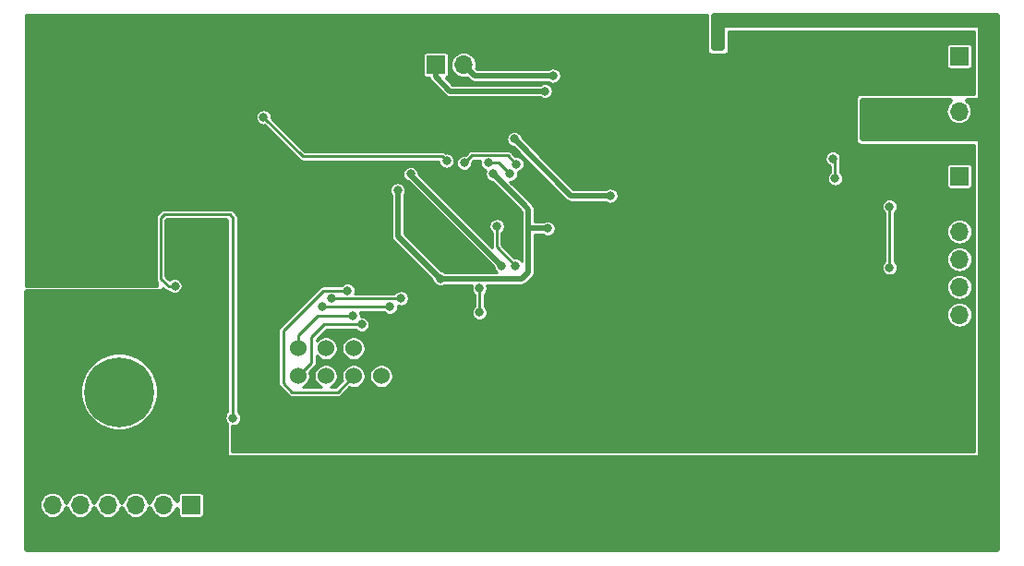
<source format=gbr>
G04 #@! TF.GenerationSoftware,KiCad,Pcbnew,5.1.2-f72e74a~84~ubuntu18.04.1*
G04 #@! TF.CreationDate,2019-05-12T20:09:00+01:00*
G04 #@! TF.ProjectId,cutoff-hardware,6375746f-6666-42d6-9861-726477617265,1.1*
G04 #@! TF.SameCoordinates,Original*
G04 #@! TF.FileFunction,Copper,L2,Bot*
G04 #@! TF.FilePolarity,Positive*
%FSLAX46Y46*%
G04 Gerber Fmt 4.6, Leading zero omitted, Abs format (unit mm)*
G04 Created by KiCad (PCBNEW 5.1.2-f72e74a~84~ubuntu18.04.1) date 2019-05-12 20:09:00*
%MOMM*%
%LPD*%
G04 APERTURE LIST*
%ADD10R,1.524000X1.524000*%
%ADD11C,1.524000*%
%ADD12R,2.950000X4.500000*%
%ADD13C,0.600000*%
%ADD14C,6.400000*%
%ADD15C,0.800000*%
%ADD16R,1.700000X1.700000*%
%ADD17O,1.700000X1.700000*%
%ADD18C,1.450000*%
%ADD19O,1.200000X1.900000*%
%ADD20C,0.254000*%
%ADD21C,0.508000*%
%ADD22C,0.500000*%
G04 APERTURE END LIST*
D10*
X140000000Y-100000000D03*
D11*
X140000000Y-102540000D03*
X137460000Y-100000000D03*
X137460000Y-102540000D03*
X134920000Y-100000000D03*
X134920000Y-102540000D03*
X132380000Y-100000000D03*
X132380000Y-102540000D03*
D12*
X117950000Y-89500000D03*
D13*
X117350000Y-87700000D03*
X117350000Y-88900000D03*
X118550000Y-88900000D03*
X118550000Y-87700000D03*
X117350000Y-91300000D03*
X117350000Y-90200000D03*
X118550000Y-90200000D03*
X118550000Y-91300000D03*
D14*
X116000000Y-104000000D03*
D15*
X118400000Y-104000000D03*
X117697056Y-105697056D03*
X116000000Y-106400000D03*
X114302944Y-105697056D03*
X113600000Y-104000000D03*
X114302944Y-102302944D03*
X116000000Y-101600000D03*
X117697056Y-102302944D03*
D14*
X151000000Y-104000000D03*
D15*
X153400000Y-104000000D03*
X152697056Y-105697056D03*
X151000000Y-106400000D03*
X149302944Y-105697056D03*
X148600000Y-104000000D03*
X149302944Y-102302944D03*
X151000000Y-101600000D03*
X152697056Y-102302944D03*
D16*
X193000000Y-73200000D03*
D17*
X193000000Y-75740000D03*
X193000000Y-78280000D03*
D18*
X156500000Y-73462500D03*
X151500000Y-73462500D03*
D19*
X157500000Y-70762500D03*
X150500000Y-70762500D03*
D16*
X145000000Y-74000000D03*
D17*
X147540000Y-74000000D03*
D16*
X193000000Y-84200000D03*
D17*
X193000000Y-86740000D03*
X193000000Y-89280000D03*
X193000000Y-91820000D03*
X193000000Y-94360000D03*
X193000000Y-96900000D03*
D16*
X122600000Y-114400000D03*
D17*
X120060000Y-114400000D03*
X117520000Y-114400000D03*
X114980000Y-114400000D03*
X112440000Y-114400000D03*
X109900000Y-114400000D03*
D15*
X176697056Y-87302944D03*
X175000000Y-86600000D03*
X173302944Y-87302944D03*
X172600000Y-89000000D03*
X173302944Y-90697056D03*
X175000000Y-91400000D03*
X176697056Y-90697056D03*
X177400000Y-89000000D03*
D14*
X175000000Y-89000000D03*
D15*
X147600000Y-83000000D03*
X152400000Y-83100000D03*
X143800000Y-84004410D03*
X140800000Y-70400000D03*
X141800000Y-70400000D03*
X141800000Y-71400000D03*
X141800000Y-72600000D03*
X140800000Y-72600000D03*
X140800000Y-73800000D03*
X141800000Y-73800000D03*
X141800000Y-75000000D03*
X140800000Y-75000000D03*
X139800000Y-75600000D03*
X138800000Y-75600000D03*
X138800000Y-76600000D03*
X139800000Y-76600000D03*
X167200000Y-70200000D03*
X168200000Y-70200000D03*
X166200000Y-70200000D03*
X173200000Y-76200000D03*
X178200000Y-76600000D03*
X194000000Y-108000000D03*
X194000000Y-109000000D03*
X193000000Y-109000000D03*
X193000000Y-108000000D03*
X192000000Y-108000000D03*
X192000000Y-109000000D03*
X191000000Y-109000000D03*
X190000000Y-109000000D03*
X189000000Y-109000000D03*
X189000000Y-108000000D03*
X190000000Y-108000000D03*
X191000000Y-108000000D03*
X191000000Y-107000000D03*
X191000000Y-106000000D03*
X191000000Y-105000000D03*
X191000000Y-104000000D03*
X191000000Y-103000000D03*
X191000000Y-102000000D03*
X190000000Y-101000000D03*
X191000000Y-101000000D03*
X192000000Y-101000000D03*
X192000000Y-102000000D03*
X193000000Y-102000000D03*
X193000000Y-101000000D03*
X194000000Y-101000000D03*
X194000000Y-102000000D03*
X154600000Y-85000000D03*
X137200000Y-88200000D03*
X145600000Y-78800000D03*
X141600000Y-78800000D03*
X147600000Y-78800000D03*
X165300000Y-76100000D03*
X154600000Y-90800000D03*
X149700000Y-92500000D03*
X129800000Y-85200000D03*
X129800000Y-86400000D03*
X129800000Y-87600000D03*
X129800000Y-88800000D03*
X129800000Y-90000000D03*
X129800000Y-91200000D03*
X129800000Y-92400000D03*
X129800000Y-93600000D03*
X129800000Y-94800000D03*
X146000000Y-82800000D03*
X129200000Y-78800000D03*
X149800000Y-83000000D03*
X151800000Y-84000000D03*
X186600000Y-92600000D03*
X186600000Y-87000000D03*
X141500000Y-85500000D03*
X150250000Y-84000000D03*
X145400000Y-93600000D03*
X155000000Y-76400000D03*
X134600000Y-96200000D03*
X140800000Y-96200000D03*
X155250000Y-89000000D03*
X123200000Y-89000000D03*
X123200000Y-92200000D03*
X122400000Y-91400000D03*
X123200000Y-90600000D03*
X122400000Y-89800000D03*
X122400000Y-93000000D03*
X179400000Y-110600000D03*
X178000000Y-110600000D03*
X176600000Y-110600000D03*
X180600000Y-110600000D03*
X181800000Y-110600000D03*
X183000000Y-110600000D03*
X184200000Y-110600000D03*
X185400000Y-110600000D03*
X186600000Y-110600000D03*
X187800000Y-110600000D03*
X189000000Y-110600000D03*
X190200000Y-110600000D03*
X191400000Y-110600000D03*
X192600000Y-110600000D03*
X193800000Y-110600000D03*
X195000000Y-110600000D03*
X196200000Y-110600000D03*
X195600000Y-111800000D03*
X194400000Y-111800000D03*
X193200000Y-111800000D03*
X192000000Y-111800000D03*
X190800000Y-111800000D03*
X189600000Y-111800000D03*
X188400000Y-111800000D03*
X187200000Y-111800000D03*
X186000000Y-111800000D03*
X184800000Y-111800000D03*
X183600000Y-111800000D03*
X182400000Y-111800000D03*
X181200000Y-111800000D03*
X180000000Y-111800000D03*
X178800000Y-111800000D03*
X170800000Y-72000000D03*
X184900000Y-77500000D03*
X184400000Y-78300000D03*
X184900000Y-79100000D03*
X184400000Y-79900000D03*
X170800000Y-71000000D03*
X152200000Y-80800000D03*
X161000000Y-86000000D03*
X151054480Y-92460748D03*
X142700000Y-84000000D03*
X149000000Y-94500000D03*
X149000000Y-96700000D03*
X126400000Y-106400000D03*
X121100000Y-94300000D03*
X155750000Y-75000000D03*
X181600000Y-84400000D03*
X181400000Y-82600000D03*
X141800000Y-95400000D03*
X135400000Y-95400000D03*
X137400000Y-97000000D03*
X136900000Y-94700000D03*
X152300000Y-92400000D03*
X150600000Y-88800000D03*
X138200000Y-97800000D03*
D20*
X152400000Y-83100000D02*
X151600000Y-82300000D01*
X148300000Y-82300000D02*
X147600000Y-83000000D01*
X151600000Y-82300000D02*
X148300000Y-82300000D01*
X140800000Y-70400000D02*
X141800000Y-70400000D01*
X141800000Y-71400000D02*
X141800000Y-72600000D01*
X140800000Y-72600000D02*
X140800000Y-73800000D01*
X141800000Y-73800000D02*
X141800000Y-75000000D01*
X140800000Y-75000000D02*
X140400000Y-75000000D01*
X140400000Y-75000000D02*
X139800000Y-75600000D01*
X138800000Y-75600000D02*
X138800000Y-76600000D01*
X167200000Y-70200000D02*
X168200000Y-70200000D01*
X194000000Y-108000000D02*
X194000000Y-109000000D01*
X193000000Y-109000000D02*
X193000000Y-108000000D01*
X192000000Y-108000000D02*
X192000000Y-109000000D01*
X191000000Y-109000000D02*
X190000000Y-109000000D01*
X189000000Y-109000000D02*
X189000000Y-108000000D01*
X190000000Y-108000000D02*
X191000000Y-108000000D01*
X191000000Y-107000000D02*
X191000000Y-106000000D01*
X191000000Y-105000000D02*
X191000000Y-104000000D01*
X191000000Y-103000000D02*
X191000000Y-102000000D01*
X190000000Y-101000000D02*
X191000000Y-101000000D01*
X192000000Y-101000000D02*
X192000000Y-102000000D01*
X193000000Y-102000000D02*
X193000000Y-101000000D01*
X194000000Y-101000000D02*
X194000000Y-102000000D01*
X129800000Y-85200000D02*
X129800000Y-86400000D01*
X129800000Y-87600000D02*
X129800000Y-88800000D01*
X129800000Y-90000000D02*
X129800000Y-91200000D01*
X129800000Y-92400000D02*
X129800000Y-93600000D01*
X132800001Y-82400001D02*
X145600001Y-82400001D01*
X145600001Y-82400001D02*
X146000000Y-82800000D01*
X129200000Y-78800000D02*
X132800001Y-82400001D01*
X150800000Y-83000000D02*
X149800000Y-83000000D01*
X151800000Y-84000000D02*
X150800000Y-83000000D01*
X186600000Y-92600000D02*
X186600000Y-87000000D01*
D21*
X145000000Y-75104000D02*
X146296000Y-76400000D01*
X145000000Y-74000000D02*
X145000000Y-75104000D01*
X146296000Y-76400000D02*
X155000000Y-76400000D01*
D20*
X140800000Y-96200000D02*
X134600000Y-96200000D01*
D21*
X141500000Y-89700000D02*
X145400000Y-93600000D01*
X141500000Y-85500000D02*
X141500000Y-89700000D01*
X150250000Y-84000000D02*
X153100000Y-86850000D01*
X145400000Y-93600000D02*
X152900000Y-93600000D01*
X153500000Y-93000000D02*
X153500000Y-89000000D01*
X154684315Y-89000000D02*
X153500000Y-89000000D01*
X152900000Y-93600000D02*
X153500000Y-93000000D01*
X153500000Y-87250000D02*
X153500000Y-89000000D01*
X153100000Y-86850000D02*
X153500000Y-87250000D01*
X155250000Y-89000000D02*
X154684315Y-89000000D01*
X122400000Y-93000000D02*
X123200000Y-92200000D01*
X122400000Y-91400000D02*
X123200000Y-90600000D01*
X122400000Y-89800000D02*
X123200000Y-89000000D01*
X176600000Y-110600000D02*
X178000000Y-110600000D01*
X180600000Y-110600000D02*
X181800000Y-110600000D01*
X183000000Y-110600000D02*
X184200000Y-110600000D01*
X185400000Y-110600000D02*
X186600000Y-110600000D01*
X187800000Y-110600000D02*
X189000000Y-110600000D01*
X190200000Y-110600000D02*
X191400000Y-110600000D01*
X192600000Y-110600000D02*
X193800000Y-110600000D01*
X195000000Y-110600000D02*
X196200000Y-110600000D01*
X195600000Y-111800000D02*
X194400000Y-111800000D01*
X193200000Y-111800000D02*
X192000000Y-111800000D01*
X190800000Y-111800000D02*
X189600000Y-111800000D01*
X188400000Y-111800000D02*
X187200000Y-111800000D01*
X186000000Y-111800000D02*
X184800000Y-111800000D01*
X183600000Y-111800000D02*
X182400000Y-111800000D01*
X181200000Y-111800000D02*
X180000000Y-111800000D01*
X184900000Y-77500000D02*
X184900000Y-77800000D01*
X184900000Y-77800000D02*
X184400000Y-78300000D01*
X184900000Y-79100000D02*
X184900000Y-79400000D01*
X184900000Y-79400000D02*
X184400000Y-79900000D01*
X152200000Y-80800000D02*
X157400000Y-86000000D01*
X157400000Y-86000000D02*
X161000000Y-86000000D01*
D20*
X142700000Y-84106268D02*
X142700000Y-84000000D01*
D21*
X151054480Y-92460748D02*
X142700000Y-84106268D01*
D20*
X149000000Y-94500000D02*
X149000000Y-96700000D01*
X120100000Y-87700000D02*
X119800000Y-88000000D01*
X119800000Y-88000000D02*
X119800000Y-88500000D01*
X126100000Y-87700000D02*
X120100000Y-87700000D01*
X126400000Y-106400000D02*
X126400000Y-88000000D01*
X126400000Y-88000000D02*
X126100000Y-87700000D01*
X120500000Y-94300000D02*
X119800000Y-93600000D01*
X119800000Y-88500000D02*
X119800000Y-93600000D01*
X121100000Y-94300000D02*
X120500000Y-94300000D01*
D21*
X148540000Y-75000000D02*
X147540000Y-74000000D01*
X155750000Y-75000000D02*
X148540000Y-75000000D01*
D20*
X181600000Y-82800000D02*
X181400000Y-82600000D01*
X181600000Y-84400000D02*
X181600000Y-82800000D01*
X141800000Y-95400000D02*
X135400000Y-95400000D01*
X134200000Y-97000000D02*
X137400000Y-97000000D01*
X132380000Y-98820000D02*
X134200000Y-97000000D01*
X132380000Y-100000000D02*
X132380000Y-98820000D01*
X137460000Y-102540000D02*
X136000000Y-104000000D01*
X136000000Y-104000000D02*
X131800000Y-104000000D01*
X131800000Y-104000000D02*
X131000000Y-103200000D01*
X131000000Y-103200000D02*
X131000000Y-98400000D01*
X136900000Y-94700000D02*
X134700000Y-94700000D01*
X131000000Y-98400000D02*
X134700000Y-94700000D01*
X150600000Y-88800000D02*
X150600000Y-90700000D01*
X150600000Y-90700000D02*
X152300000Y-92400000D01*
X133600000Y-99000000D02*
X133600000Y-101320000D01*
X133600000Y-101320000D02*
X132380000Y-102540000D01*
X138200000Y-97800000D02*
X134800000Y-97800000D01*
X134800000Y-97800000D02*
X133600000Y-99000000D01*
G36*
X169869800Y-72700000D02*
G01*
X169876145Y-72764419D01*
X169894935Y-72826362D01*
X169925449Y-72883449D01*
X169966513Y-72933487D01*
X170016551Y-72974551D01*
X170073638Y-73005065D01*
X170135581Y-73023855D01*
X170200000Y-73030200D01*
X171500000Y-73030200D01*
X171564419Y-73023855D01*
X171626362Y-73005065D01*
X171683449Y-72974551D01*
X171733487Y-72933487D01*
X171774551Y-72883449D01*
X171805065Y-72826362D01*
X171823855Y-72764419D01*
X171830200Y-72700000D01*
X171830200Y-72350000D01*
X191818203Y-72350000D01*
X191818203Y-74050000D01*
X191824578Y-74114730D01*
X191843460Y-74176973D01*
X191874121Y-74234337D01*
X191915384Y-74284616D01*
X191965663Y-74325879D01*
X192023027Y-74356540D01*
X192085270Y-74375422D01*
X192150000Y-74381797D01*
X193850000Y-74381797D01*
X193914730Y-74375422D01*
X193976973Y-74356540D01*
X194034337Y-74325879D01*
X194084616Y-74284616D01*
X194125879Y-74234337D01*
X194156540Y-74176973D01*
X194175422Y-74114730D01*
X194181797Y-74050000D01*
X194181797Y-72350000D01*
X194175422Y-72285270D01*
X194156540Y-72223027D01*
X194125879Y-72165663D01*
X194084616Y-72115384D01*
X194034337Y-72074121D01*
X193976973Y-72043460D01*
X193914730Y-72024578D01*
X193850000Y-72018203D01*
X192150000Y-72018203D01*
X192085270Y-72024578D01*
X192023027Y-72043460D01*
X191965663Y-72074121D01*
X191915384Y-72115384D01*
X191874121Y-72165663D01*
X191843460Y-72223027D01*
X191824578Y-72285270D01*
X191818203Y-72350000D01*
X171830200Y-72350000D01*
X171830200Y-70930200D01*
X194369800Y-70930200D01*
X194369800Y-76669800D01*
X183900000Y-76669800D01*
X183835581Y-76676145D01*
X183773638Y-76694935D01*
X183716551Y-76725449D01*
X183666513Y-76766513D01*
X183625449Y-76816551D01*
X183594935Y-76873638D01*
X183576145Y-76935581D01*
X183569800Y-77000000D01*
X183569800Y-81000000D01*
X183576145Y-81064419D01*
X183594935Y-81126362D01*
X183625449Y-81183449D01*
X183666513Y-81233487D01*
X183716551Y-81274551D01*
X183773638Y-81305065D01*
X183835581Y-81323855D01*
X183900000Y-81330200D01*
X194369800Y-81330200D01*
X194369800Y-109469800D01*
X126330200Y-109469800D01*
X126330200Y-107130200D01*
X126471918Y-107130200D01*
X126612991Y-107102139D01*
X126745879Y-107047095D01*
X126865475Y-106967183D01*
X126967183Y-106865475D01*
X127047095Y-106745879D01*
X127102139Y-106612991D01*
X127130200Y-106471918D01*
X127130200Y-106328082D01*
X127102139Y-106187009D01*
X127047095Y-106054121D01*
X126967183Y-105934525D01*
X126865475Y-105832817D01*
X126857200Y-105827288D01*
X126857200Y-105625138D01*
X148572744Y-105625138D01*
X148572744Y-105768974D01*
X148600805Y-105910047D01*
X148655849Y-106042935D01*
X148735761Y-106162531D01*
X148837469Y-106264239D01*
X148957065Y-106344151D01*
X149089953Y-106399195D01*
X149231026Y-106427256D01*
X149374862Y-106427256D01*
X149515935Y-106399195D01*
X149648823Y-106344151D01*
X149672871Y-106328082D01*
X150269800Y-106328082D01*
X150269800Y-106471918D01*
X150297861Y-106612991D01*
X150352905Y-106745879D01*
X150432817Y-106865475D01*
X150534525Y-106967183D01*
X150654121Y-107047095D01*
X150787009Y-107102139D01*
X150928082Y-107130200D01*
X151071918Y-107130200D01*
X151212991Y-107102139D01*
X151345879Y-107047095D01*
X151465475Y-106967183D01*
X151567183Y-106865475D01*
X151647095Y-106745879D01*
X151702139Y-106612991D01*
X151730200Y-106471918D01*
X151730200Y-106328082D01*
X151702139Y-106187009D01*
X151647095Y-106054121D01*
X151567183Y-105934525D01*
X151465475Y-105832817D01*
X151345879Y-105752905D01*
X151212991Y-105697861D01*
X151071918Y-105669800D01*
X150928082Y-105669800D01*
X150787009Y-105697861D01*
X150654121Y-105752905D01*
X150534525Y-105832817D01*
X150432817Y-105934525D01*
X150352905Y-106054121D01*
X150297861Y-106187009D01*
X150269800Y-106328082D01*
X149672871Y-106328082D01*
X149768419Y-106264239D01*
X149870127Y-106162531D01*
X149950039Y-106042935D01*
X150005083Y-105910047D01*
X150033144Y-105768974D01*
X150033144Y-105625138D01*
X151966856Y-105625138D01*
X151966856Y-105768974D01*
X151994917Y-105910047D01*
X152049961Y-106042935D01*
X152129873Y-106162531D01*
X152231581Y-106264239D01*
X152351177Y-106344151D01*
X152484065Y-106399195D01*
X152625138Y-106427256D01*
X152768974Y-106427256D01*
X152910047Y-106399195D01*
X153042935Y-106344151D01*
X153162531Y-106264239D01*
X153264239Y-106162531D01*
X153344151Y-106042935D01*
X153399195Y-105910047D01*
X153427256Y-105768974D01*
X153427256Y-105625138D01*
X153399195Y-105484065D01*
X153344151Y-105351177D01*
X153264239Y-105231581D01*
X153162531Y-105129873D01*
X153042935Y-105049961D01*
X152910047Y-104994917D01*
X152768974Y-104966856D01*
X152625138Y-104966856D01*
X152484065Y-104994917D01*
X152351177Y-105049961D01*
X152231581Y-105129873D01*
X152129873Y-105231581D01*
X152049961Y-105351177D01*
X151994917Y-105484065D01*
X151966856Y-105625138D01*
X150033144Y-105625138D01*
X150005083Y-105484065D01*
X149950039Y-105351177D01*
X149870127Y-105231581D01*
X149768419Y-105129873D01*
X149648823Y-105049961D01*
X149515935Y-104994917D01*
X149374862Y-104966856D01*
X149231026Y-104966856D01*
X149089953Y-104994917D01*
X148957065Y-105049961D01*
X148837469Y-105129873D01*
X148735761Y-105231581D01*
X148655849Y-105351177D01*
X148600805Y-105484065D01*
X148572744Y-105625138D01*
X126857200Y-105625138D01*
X126857200Y-98400000D01*
X130540589Y-98400000D01*
X130542801Y-98422460D01*
X130542800Y-103177550D01*
X130540589Y-103200000D01*
X130542800Y-103222450D01*
X130542800Y-103222459D01*
X130549415Y-103289626D01*
X130575559Y-103375808D01*
X130618013Y-103455235D01*
X130675147Y-103524853D01*
X130692597Y-103539174D01*
X131460830Y-104307408D01*
X131475147Y-104324853D01*
X131544764Y-104381987D01*
X131624191Y-104424441D01*
X131710373Y-104450585D01*
X131777540Y-104457200D01*
X131777550Y-104457200D01*
X131800000Y-104459411D01*
X131822450Y-104457200D01*
X135977550Y-104457200D01*
X136000000Y-104459411D01*
X136022450Y-104457200D01*
X136022460Y-104457200D01*
X136089627Y-104450585D01*
X136175809Y-104424441D01*
X136255236Y-104381987D01*
X136324853Y-104324853D01*
X136339174Y-104307403D01*
X136718495Y-103928082D01*
X147869800Y-103928082D01*
X147869800Y-104071918D01*
X147897861Y-104212991D01*
X147952905Y-104345879D01*
X148032817Y-104465475D01*
X148134525Y-104567183D01*
X148254121Y-104647095D01*
X148387009Y-104702139D01*
X148528082Y-104730200D01*
X148671918Y-104730200D01*
X148812991Y-104702139D01*
X148945879Y-104647095D01*
X149065475Y-104567183D01*
X149167183Y-104465475D01*
X149247095Y-104345879D01*
X149302139Y-104212991D01*
X149330200Y-104071918D01*
X149330200Y-103928082D01*
X152669800Y-103928082D01*
X152669800Y-104071918D01*
X152697861Y-104212991D01*
X152752905Y-104345879D01*
X152832817Y-104465475D01*
X152934525Y-104567183D01*
X153054121Y-104647095D01*
X153187009Y-104702139D01*
X153328082Y-104730200D01*
X153471918Y-104730200D01*
X153612991Y-104702139D01*
X153745879Y-104647095D01*
X153865475Y-104567183D01*
X153967183Y-104465475D01*
X154047095Y-104345879D01*
X154102139Y-104212991D01*
X154130200Y-104071918D01*
X154130200Y-103928082D01*
X154102139Y-103787009D01*
X154047095Y-103654121D01*
X153967183Y-103534525D01*
X153865475Y-103432817D01*
X153745879Y-103352905D01*
X153612991Y-103297861D01*
X153471918Y-103269800D01*
X153328082Y-103269800D01*
X153187009Y-103297861D01*
X153054121Y-103352905D01*
X152934525Y-103432817D01*
X152832817Y-103534525D01*
X152752905Y-103654121D01*
X152697861Y-103787009D01*
X152669800Y-103928082D01*
X149330200Y-103928082D01*
X149302139Y-103787009D01*
X149247095Y-103654121D01*
X149167183Y-103534525D01*
X149065475Y-103432817D01*
X148945879Y-103352905D01*
X148812991Y-103297861D01*
X148671918Y-103269800D01*
X148528082Y-103269800D01*
X148387009Y-103297861D01*
X148254121Y-103352905D01*
X148134525Y-103432817D01*
X148032817Y-103534525D01*
X147952905Y-103654121D01*
X147897861Y-103787009D01*
X147869800Y-103928082D01*
X136718495Y-103928082D01*
X137081265Y-103565312D01*
X137141417Y-103590228D01*
X137352428Y-103632200D01*
X137567572Y-103632200D01*
X137778583Y-103590228D01*
X137977351Y-103507895D01*
X138156237Y-103388367D01*
X138308367Y-103236237D01*
X138427895Y-103057351D01*
X138510228Y-102858583D01*
X138552200Y-102647572D01*
X138552200Y-102432428D01*
X138907800Y-102432428D01*
X138907800Y-102647572D01*
X138949772Y-102858583D01*
X139032105Y-103057351D01*
X139151633Y-103236237D01*
X139303763Y-103388367D01*
X139482649Y-103507895D01*
X139681417Y-103590228D01*
X139892428Y-103632200D01*
X140107572Y-103632200D01*
X140318583Y-103590228D01*
X140517351Y-103507895D01*
X140696237Y-103388367D01*
X140848367Y-103236237D01*
X140967895Y-103057351D01*
X141050228Y-102858583D01*
X141092200Y-102647572D01*
X141092200Y-102432428D01*
X141052140Y-102231026D01*
X148572744Y-102231026D01*
X148572744Y-102374862D01*
X148600805Y-102515935D01*
X148655849Y-102648823D01*
X148735761Y-102768419D01*
X148837469Y-102870127D01*
X148957065Y-102950039D01*
X149089953Y-103005083D01*
X149231026Y-103033144D01*
X149374862Y-103033144D01*
X149515935Y-103005083D01*
X149648823Y-102950039D01*
X149768419Y-102870127D01*
X149870127Y-102768419D01*
X149950039Y-102648823D01*
X150005083Y-102515935D01*
X150033144Y-102374862D01*
X150033144Y-102231026D01*
X150005083Y-102089953D01*
X149950039Y-101957065D01*
X149870127Y-101837469D01*
X149768419Y-101735761D01*
X149648823Y-101655849D01*
X149515935Y-101600805D01*
X149374862Y-101572744D01*
X149231026Y-101572744D01*
X149089953Y-101600805D01*
X148957065Y-101655849D01*
X148837469Y-101735761D01*
X148735761Y-101837469D01*
X148655849Y-101957065D01*
X148600805Y-102089953D01*
X148572744Y-102231026D01*
X141052140Y-102231026D01*
X141050228Y-102221417D01*
X140967895Y-102022649D01*
X140848367Y-101843763D01*
X140696237Y-101691633D01*
X140517351Y-101572105D01*
X140411071Y-101528082D01*
X150269800Y-101528082D01*
X150269800Y-101671918D01*
X150297861Y-101812991D01*
X150352905Y-101945879D01*
X150432817Y-102065475D01*
X150534525Y-102167183D01*
X150654121Y-102247095D01*
X150787009Y-102302139D01*
X150928082Y-102330200D01*
X151071918Y-102330200D01*
X151212991Y-102302139D01*
X151345879Y-102247095D01*
X151369927Y-102231026D01*
X151966856Y-102231026D01*
X151966856Y-102374862D01*
X151994917Y-102515935D01*
X152049961Y-102648823D01*
X152129873Y-102768419D01*
X152231581Y-102870127D01*
X152351177Y-102950039D01*
X152484065Y-103005083D01*
X152625138Y-103033144D01*
X152768974Y-103033144D01*
X152910047Y-103005083D01*
X153042935Y-102950039D01*
X153162531Y-102870127D01*
X153264239Y-102768419D01*
X153344151Y-102648823D01*
X153399195Y-102515935D01*
X153427256Y-102374862D01*
X153427256Y-102231026D01*
X153399195Y-102089953D01*
X153344151Y-101957065D01*
X153264239Y-101837469D01*
X153162531Y-101735761D01*
X153042935Y-101655849D01*
X152910047Y-101600805D01*
X152768974Y-101572744D01*
X152625138Y-101572744D01*
X152484065Y-101600805D01*
X152351177Y-101655849D01*
X152231581Y-101735761D01*
X152129873Y-101837469D01*
X152049961Y-101957065D01*
X151994917Y-102089953D01*
X151966856Y-102231026D01*
X151369927Y-102231026D01*
X151465475Y-102167183D01*
X151567183Y-102065475D01*
X151647095Y-101945879D01*
X151702139Y-101812991D01*
X151730200Y-101671918D01*
X151730200Y-101528082D01*
X151702139Y-101387009D01*
X151647095Y-101254121D01*
X151567183Y-101134525D01*
X151465475Y-101032817D01*
X151345879Y-100952905D01*
X151212991Y-100897861D01*
X151071918Y-100869800D01*
X150928082Y-100869800D01*
X150787009Y-100897861D01*
X150654121Y-100952905D01*
X150534525Y-101032817D01*
X150432817Y-101134525D01*
X150352905Y-101254121D01*
X150297861Y-101387009D01*
X150269800Y-101528082D01*
X140411071Y-101528082D01*
X140318583Y-101489772D01*
X140107572Y-101447800D01*
X139892428Y-101447800D01*
X139681417Y-101489772D01*
X139482649Y-101572105D01*
X139303763Y-101691633D01*
X139151633Y-101843763D01*
X139032105Y-102022649D01*
X138949772Y-102221417D01*
X138907800Y-102432428D01*
X138552200Y-102432428D01*
X138510228Y-102221417D01*
X138427895Y-102022649D01*
X138308367Y-101843763D01*
X138156237Y-101691633D01*
X137977351Y-101572105D01*
X137778583Y-101489772D01*
X137567572Y-101447800D01*
X137352428Y-101447800D01*
X137141417Y-101489772D01*
X136942649Y-101572105D01*
X136763763Y-101691633D01*
X136611633Y-101843763D01*
X136492105Y-102022649D01*
X136409772Y-102221417D01*
X136367800Y-102432428D01*
X136367800Y-102647572D01*
X136409772Y-102858583D01*
X136434688Y-102918735D01*
X135810623Y-103542800D01*
X135353083Y-103542800D01*
X135437351Y-103507895D01*
X135616237Y-103388367D01*
X135768367Y-103236237D01*
X135887895Y-103057351D01*
X135970228Y-102858583D01*
X136012200Y-102647572D01*
X136012200Y-102432428D01*
X135970228Y-102221417D01*
X135887895Y-102022649D01*
X135768367Y-101843763D01*
X135616237Y-101691633D01*
X135437351Y-101572105D01*
X135238583Y-101489772D01*
X135027572Y-101447800D01*
X134812428Y-101447800D01*
X134601417Y-101489772D01*
X134402649Y-101572105D01*
X134223763Y-101691633D01*
X134071633Y-101843763D01*
X133952105Y-102022649D01*
X133869772Y-102221417D01*
X133827800Y-102432428D01*
X133827800Y-102647572D01*
X133869772Y-102858583D01*
X133952105Y-103057351D01*
X134071633Y-103236237D01*
X134223763Y-103388367D01*
X134402649Y-103507895D01*
X134486917Y-103542800D01*
X132813083Y-103542800D01*
X132897351Y-103507895D01*
X133076237Y-103388367D01*
X133228367Y-103236237D01*
X133347895Y-103057351D01*
X133430228Y-102858583D01*
X133472200Y-102647572D01*
X133472200Y-102432428D01*
X133430228Y-102221417D01*
X133405312Y-102161266D01*
X133907414Y-101659165D01*
X133924853Y-101644853D01*
X133939165Y-101627414D01*
X133939171Y-101627408D01*
X133981987Y-101575236D01*
X134024441Y-101495810D01*
X134050585Y-101409627D01*
X134057200Y-101342460D01*
X134057200Y-101342452D01*
X134059411Y-101320000D01*
X134057200Y-101297548D01*
X134057200Y-100674637D01*
X134071633Y-100696237D01*
X134223763Y-100848367D01*
X134402649Y-100967895D01*
X134601417Y-101050228D01*
X134812428Y-101092200D01*
X135027572Y-101092200D01*
X135238583Y-101050228D01*
X135437351Y-100967895D01*
X135616237Y-100848367D01*
X135768367Y-100696237D01*
X135887895Y-100517351D01*
X135970228Y-100318583D01*
X136012200Y-100107572D01*
X136012200Y-99892428D01*
X136367800Y-99892428D01*
X136367800Y-100107572D01*
X136409772Y-100318583D01*
X136492105Y-100517351D01*
X136611633Y-100696237D01*
X136763763Y-100848367D01*
X136942649Y-100967895D01*
X137141417Y-101050228D01*
X137352428Y-101092200D01*
X137567572Y-101092200D01*
X137778583Y-101050228D01*
X137977351Y-100967895D01*
X138156237Y-100848367D01*
X138308367Y-100696237D01*
X138427895Y-100517351D01*
X138510228Y-100318583D01*
X138552200Y-100107572D01*
X138552200Y-99892428D01*
X138510228Y-99681417D01*
X138427895Y-99482649D01*
X138308367Y-99303763D01*
X138156237Y-99151633D01*
X137977351Y-99032105D01*
X137778583Y-98949772D01*
X137567572Y-98907800D01*
X137352428Y-98907800D01*
X137141417Y-98949772D01*
X136942649Y-99032105D01*
X136763763Y-99151633D01*
X136611633Y-99303763D01*
X136492105Y-99482649D01*
X136409772Y-99681417D01*
X136367800Y-99892428D01*
X136012200Y-99892428D01*
X135970228Y-99681417D01*
X135887895Y-99482649D01*
X135768367Y-99303763D01*
X135616237Y-99151633D01*
X135437351Y-99032105D01*
X135238583Y-98949772D01*
X135027572Y-98907800D01*
X134812428Y-98907800D01*
X134601417Y-98949772D01*
X134402649Y-99032105D01*
X134223763Y-99151633D01*
X134071633Y-99303763D01*
X134057200Y-99325363D01*
X134057200Y-99189377D01*
X134989378Y-98257200D01*
X137627288Y-98257200D01*
X137632817Y-98265475D01*
X137734525Y-98367183D01*
X137854121Y-98447095D01*
X137987009Y-98502139D01*
X138128082Y-98530200D01*
X138271918Y-98530200D01*
X138412991Y-98502139D01*
X138545879Y-98447095D01*
X138665475Y-98367183D01*
X138767183Y-98265475D01*
X138847095Y-98145879D01*
X138902139Y-98012991D01*
X138930200Y-97871918D01*
X138930200Y-97728082D01*
X138902139Y-97587009D01*
X138847095Y-97454121D01*
X138767183Y-97334525D01*
X138665475Y-97232817D01*
X138545879Y-97152905D01*
X138412991Y-97097861D01*
X138271918Y-97069800D01*
X138130200Y-97069800D01*
X138130200Y-96928082D01*
X138102139Y-96787009D01*
X138048370Y-96657200D01*
X140227288Y-96657200D01*
X140232817Y-96665475D01*
X140334525Y-96767183D01*
X140454121Y-96847095D01*
X140587009Y-96902139D01*
X140728082Y-96930200D01*
X140871918Y-96930200D01*
X141012991Y-96902139D01*
X141145879Y-96847095D01*
X141265475Y-96767183D01*
X141367183Y-96665475D01*
X141447095Y-96545879D01*
X141502139Y-96412991D01*
X141530200Y-96271918D01*
X141530200Y-96128082D01*
X141519475Y-96074166D01*
X141587009Y-96102139D01*
X141728082Y-96130200D01*
X141871918Y-96130200D01*
X142012991Y-96102139D01*
X142145879Y-96047095D01*
X142265475Y-95967183D01*
X142367183Y-95865475D01*
X142447095Y-95745879D01*
X142502139Y-95612991D01*
X142530200Y-95471918D01*
X142530200Y-95328082D01*
X142502139Y-95187009D01*
X142447095Y-95054121D01*
X142367183Y-94934525D01*
X142265475Y-94832817D01*
X142145879Y-94752905D01*
X142012991Y-94697861D01*
X141871918Y-94669800D01*
X141728082Y-94669800D01*
X141587009Y-94697861D01*
X141454121Y-94752905D01*
X141334525Y-94832817D01*
X141232817Y-94934525D01*
X141227288Y-94942800D01*
X137589792Y-94942800D01*
X137602139Y-94912991D01*
X137630200Y-94771918D01*
X137630200Y-94628082D01*
X137602139Y-94487009D01*
X137547095Y-94354121D01*
X137467183Y-94234525D01*
X137365475Y-94132817D01*
X137245879Y-94052905D01*
X137112991Y-93997861D01*
X136971918Y-93969800D01*
X136828082Y-93969800D01*
X136687009Y-93997861D01*
X136554121Y-94052905D01*
X136434525Y-94132817D01*
X136332817Y-94234525D01*
X136327288Y-94242800D01*
X134722449Y-94242800D01*
X134699999Y-94240589D01*
X134677549Y-94242800D01*
X134677540Y-94242800D01*
X134610373Y-94249415D01*
X134524191Y-94275559D01*
X134444764Y-94318013D01*
X134375147Y-94375147D01*
X134360830Y-94392592D01*
X130692593Y-98060830D01*
X130675148Y-98075147D01*
X130660831Y-98092592D01*
X130660830Y-98092593D01*
X130634355Y-98124853D01*
X130618014Y-98144764D01*
X130575560Y-98224191D01*
X130565547Y-98257200D01*
X130549416Y-98310374D01*
X130540589Y-98400000D01*
X126857200Y-98400000D01*
X126857200Y-88022449D01*
X126859411Y-87999999D01*
X126857200Y-87977549D01*
X126857200Y-87977540D01*
X126850585Y-87910373D01*
X126824441Y-87824191D01*
X126781987Y-87744764D01*
X126724853Y-87675147D01*
X126707403Y-87660826D01*
X126439174Y-87392597D01*
X126424853Y-87375147D01*
X126355236Y-87318013D01*
X126275809Y-87275559D01*
X126189627Y-87249415D01*
X126122460Y-87242800D01*
X126122450Y-87242800D01*
X126100000Y-87240589D01*
X126077550Y-87242800D01*
X120122449Y-87242800D01*
X120099999Y-87240589D01*
X120077549Y-87242800D01*
X120077540Y-87242800D01*
X120010373Y-87249415D01*
X119924191Y-87275559D01*
X119844764Y-87318013D01*
X119775147Y-87375147D01*
X119760826Y-87392597D01*
X119641091Y-87512332D01*
X119616551Y-87525449D01*
X119566513Y-87566513D01*
X119525449Y-87616551D01*
X119512332Y-87641091D01*
X119492597Y-87660826D01*
X119475147Y-87675147D01*
X119418013Y-87744765D01*
X119375559Y-87824192D01*
X119349415Y-87910374D01*
X119342800Y-87977541D01*
X119342800Y-87977550D01*
X119340589Y-88000000D01*
X119342800Y-88022450D01*
X119342801Y-88477532D01*
X119342800Y-88477541D01*
X119342801Y-93577540D01*
X119340589Y-93600000D01*
X119342801Y-93622460D01*
X119349416Y-93689627D01*
X119361724Y-93730200D01*
X119375560Y-93775809D01*
X119418013Y-93855235D01*
X119459817Y-93906172D01*
X119469800Y-93918337D01*
X119469800Y-94269800D01*
X107405200Y-94269800D01*
X107405200Y-85428082D01*
X140769800Y-85428082D01*
X140769800Y-85571918D01*
X140797861Y-85712991D01*
X140852905Y-85845879D01*
X140915800Y-85940008D01*
X140915801Y-89671306D01*
X140912975Y-89700000D01*
X140924254Y-89814523D01*
X140957659Y-89924644D01*
X140957660Y-89924645D01*
X141011907Y-90026134D01*
X141037779Y-90057659D01*
X141066620Y-90092803D01*
X141066623Y-90092806D01*
X141084911Y-90115090D01*
X141107195Y-90133378D01*
X144675776Y-93701960D01*
X144697861Y-93812991D01*
X144752905Y-93945879D01*
X144832817Y-94065475D01*
X144934525Y-94167183D01*
X145054121Y-94247095D01*
X145187009Y-94302139D01*
X145328082Y-94330200D01*
X145471918Y-94330200D01*
X145612991Y-94302139D01*
X145745879Y-94247095D01*
X145840007Y-94184200D01*
X148340446Y-94184200D01*
X148297861Y-94287009D01*
X148269800Y-94428082D01*
X148269800Y-94571918D01*
X148297861Y-94712991D01*
X148352905Y-94845879D01*
X148432817Y-94965475D01*
X148534525Y-95067183D01*
X148542800Y-95072712D01*
X148542801Y-96127287D01*
X148534525Y-96132817D01*
X148432817Y-96234525D01*
X148352905Y-96354121D01*
X148297861Y-96487009D01*
X148269800Y-96628082D01*
X148269800Y-96771918D01*
X148297861Y-96912991D01*
X148352905Y-97045879D01*
X148432817Y-97165475D01*
X148534525Y-97267183D01*
X148654121Y-97347095D01*
X148787009Y-97402139D01*
X148928082Y-97430200D01*
X149071918Y-97430200D01*
X149212991Y-97402139D01*
X149345879Y-97347095D01*
X149465475Y-97267183D01*
X149567183Y-97165475D01*
X149647095Y-97045879D01*
X149702139Y-96912991D01*
X149704723Y-96900000D01*
X191814090Y-96900000D01*
X191836877Y-97131360D01*
X191904362Y-97353828D01*
X192013952Y-97558856D01*
X192161435Y-97738565D01*
X192341144Y-97886048D01*
X192546172Y-97995638D01*
X192768640Y-98063123D01*
X192942025Y-98080200D01*
X193057975Y-98080200D01*
X193231360Y-98063123D01*
X193453828Y-97995638D01*
X193658856Y-97886048D01*
X193838565Y-97738565D01*
X193986048Y-97558856D01*
X194095638Y-97353828D01*
X194163123Y-97131360D01*
X194185910Y-96900000D01*
X194163123Y-96668640D01*
X194095638Y-96446172D01*
X193986048Y-96241144D01*
X193838565Y-96061435D01*
X193658856Y-95913952D01*
X193453828Y-95804362D01*
X193231360Y-95736877D01*
X193057975Y-95719800D01*
X192942025Y-95719800D01*
X192768640Y-95736877D01*
X192546172Y-95804362D01*
X192341144Y-95913952D01*
X192161435Y-96061435D01*
X192013952Y-96241144D01*
X191904362Y-96446172D01*
X191836877Y-96668640D01*
X191814090Y-96900000D01*
X149704723Y-96900000D01*
X149730200Y-96771918D01*
X149730200Y-96628082D01*
X149702139Y-96487009D01*
X149647095Y-96354121D01*
X149567183Y-96234525D01*
X149465475Y-96132817D01*
X149457200Y-96127288D01*
X149457200Y-95072712D01*
X149465475Y-95067183D01*
X149567183Y-94965475D01*
X149647095Y-94845879D01*
X149702139Y-94712991D01*
X149730200Y-94571918D01*
X149730200Y-94428082D01*
X149716658Y-94360000D01*
X191814090Y-94360000D01*
X191836877Y-94591360D01*
X191904362Y-94813828D01*
X192013952Y-95018856D01*
X192161435Y-95198565D01*
X192341144Y-95346048D01*
X192546172Y-95455638D01*
X192768640Y-95523123D01*
X192942025Y-95540200D01*
X193057975Y-95540200D01*
X193231360Y-95523123D01*
X193453828Y-95455638D01*
X193658856Y-95346048D01*
X193838565Y-95198565D01*
X193986048Y-95018856D01*
X194095638Y-94813828D01*
X194163123Y-94591360D01*
X194185910Y-94360000D01*
X194163123Y-94128640D01*
X194095638Y-93906172D01*
X193986048Y-93701144D01*
X193838565Y-93521435D01*
X193658856Y-93373952D01*
X193453828Y-93264362D01*
X193231360Y-93196877D01*
X193057975Y-93179800D01*
X192942025Y-93179800D01*
X192768640Y-93196877D01*
X192546172Y-93264362D01*
X192341144Y-93373952D01*
X192161435Y-93521435D01*
X192013952Y-93701144D01*
X191904362Y-93906172D01*
X191836877Y-94128640D01*
X191814090Y-94360000D01*
X149716658Y-94360000D01*
X149702139Y-94287009D01*
X149659554Y-94184200D01*
X152871316Y-94184200D01*
X152900000Y-94187025D01*
X152928684Y-94184200D01*
X152928692Y-94184200D01*
X153014523Y-94175746D01*
X153124645Y-94142341D01*
X153226134Y-94088094D01*
X153315090Y-94015090D01*
X153333382Y-93992801D01*
X153892803Y-93433380D01*
X153915090Y-93415090D01*
X153988094Y-93326134D01*
X154042341Y-93224645D01*
X154067839Y-93140589D01*
X154075746Y-93114524D01*
X154081174Y-93059412D01*
X154084200Y-93028692D01*
X154084200Y-93028685D01*
X154087025Y-93000001D01*
X154084200Y-92971317D01*
X154084200Y-90625138D01*
X172572744Y-90625138D01*
X172572744Y-90768974D01*
X172600805Y-90910047D01*
X172655849Y-91042935D01*
X172735761Y-91162531D01*
X172837469Y-91264239D01*
X172957065Y-91344151D01*
X173089953Y-91399195D01*
X173231026Y-91427256D01*
X173374862Y-91427256D01*
X173515935Y-91399195D01*
X173648823Y-91344151D01*
X173672871Y-91328082D01*
X174269800Y-91328082D01*
X174269800Y-91471918D01*
X174297861Y-91612991D01*
X174352905Y-91745879D01*
X174432817Y-91865475D01*
X174534525Y-91967183D01*
X174654121Y-92047095D01*
X174787009Y-92102139D01*
X174928082Y-92130200D01*
X175071918Y-92130200D01*
X175212991Y-92102139D01*
X175345879Y-92047095D01*
X175465475Y-91967183D01*
X175567183Y-91865475D01*
X175647095Y-91745879D01*
X175702139Y-91612991D01*
X175730200Y-91471918D01*
X175730200Y-91328082D01*
X175702139Y-91187009D01*
X175647095Y-91054121D01*
X175567183Y-90934525D01*
X175465475Y-90832817D01*
X175345879Y-90752905D01*
X175212991Y-90697861D01*
X175071918Y-90669800D01*
X174928082Y-90669800D01*
X174787009Y-90697861D01*
X174654121Y-90752905D01*
X174534525Y-90832817D01*
X174432817Y-90934525D01*
X174352905Y-91054121D01*
X174297861Y-91187009D01*
X174269800Y-91328082D01*
X173672871Y-91328082D01*
X173768419Y-91264239D01*
X173870127Y-91162531D01*
X173950039Y-91042935D01*
X174005083Y-90910047D01*
X174033144Y-90768974D01*
X174033144Y-90625138D01*
X175966856Y-90625138D01*
X175966856Y-90768974D01*
X175994917Y-90910047D01*
X176049961Y-91042935D01*
X176129873Y-91162531D01*
X176231581Y-91264239D01*
X176351177Y-91344151D01*
X176484065Y-91399195D01*
X176625138Y-91427256D01*
X176768974Y-91427256D01*
X176910047Y-91399195D01*
X177042935Y-91344151D01*
X177162531Y-91264239D01*
X177264239Y-91162531D01*
X177344151Y-91042935D01*
X177399195Y-90910047D01*
X177427256Y-90768974D01*
X177427256Y-90625138D01*
X177399195Y-90484065D01*
X177344151Y-90351177D01*
X177264239Y-90231581D01*
X177162531Y-90129873D01*
X177042935Y-90049961D01*
X176910047Y-89994917D01*
X176768974Y-89966856D01*
X176625138Y-89966856D01*
X176484065Y-89994917D01*
X176351177Y-90049961D01*
X176231581Y-90129873D01*
X176129873Y-90231581D01*
X176049961Y-90351177D01*
X175994917Y-90484065D01*
X175966856Y-90625138D01*
X174033144Y-90625138D01*
X174005083Y-90484065D01*
X173950039Y-90351177D01*
X173870127Y-90231581D01*
X173768419Y-90129873D01*
X173648823Y-90049961D01*
X173515935Y-89994917D01*
X173374862Y-89966856D01*
X173231026Y-89966856D01*
X173089953Y-89994917D01*
X172957065Y-90049961D01*
X172837469Y-90129873D01*
X172735761Y-90231581D01*
X172655849Y-90351177D01*
X172600805Y-90484065D01*
X172572744Y-90625138D01*
X154084200Y-90625138D01*
X154084200Y-89584200D01*
X154809993Y-89584200D01*
X154904121Y-89647095D01*
X155037009Y-89702139D01*
X155178082Y-89730200D01*
X155321918Y-89730200D01*
X155462991Y-89702139D01*
X155595879Y-89647095D01*
X155715475Y-89567183D01*
X155817183Y-89465475D01*
X155897095Y-89345879D01*
X155952139Y-89212991D01*
X155980200Y-89071918D01*
X155980200Y-88928082D01*
X171869800Y-88928082D01*
X171869800Y-89071918D01*
X171897861Y-89212991D01*
X171952905Y-89345879D01*
X172032817Y-89465475D01*
X172134525Y-89567183D01*
X172254121Y-89647095D01*
X172387009Y-89702139D01*
X172528082Y-89730200D01*
X172671918Y-89730200D01*
X172812991Y-89702139D01*
X172945879Y-89647095D01*
X173065475Y-89567183D01*
X173167183Y-89465475D01*
X173247095Y-89345879D01*
X173302139Y-89212991D01*
X173330200Y-89071918D01*
X173330200Y-88928082D01*
X176669800Y-88928082D01*
X176669800Y-89071918D01*
X176697861Y-89212991D01*
X176752905Y-89345879D01*
X176832817Y-89465475D01*
X176934525Y-89567183D01*
X177054121Y-89647095D01*
X177187009Y-89702139D01*
X177328082Y-89730200D01*
X177471918Y-89730200D01*
X177612991Y-89702139D01*
X177745879Y-89647095D01*
X177865475Y-89567183D01*
X177967183Y-89465475D01*
X178047095Y-89345879D01*
X178102139Y-89212991D01*
X178130200Y-89071918D01*
X178130200Y-88928082D01*
X178102139Y-88787009D01*
X178047095Y-88654121D01*
X177967183Y-88534525D01*
X177865475Y-88432817D01*
X177745879Y-88352905D01*
X177612991Y-88297861D01*
X177471918Y-88269800D01*
X177328082Y-88269800D01*
X177187009Y-88297861D01*
X177054121Y-88352905D01*
X176934525Y-88432817D01*
X176832817Y-88534525D01*
X176752905Y-88654121D01*
X176697861Y-88787009D01*
X176669800Y-88928082D01*
X173330200Y-88928082D01*
X173302139Y-88787009D01*
X173247095Y-88654121D01*
X173167183Y-88534525D01*
X173065475Y-88432817D01*
X172945879Y-88352905D01*
X172812991Y-88297861D01*
X172671918Y-88269800D01*
X172528082Y-88269800D01*
X172387009Y-88297861D01*
X172254121Y-88352905D01*
X172134525Y-88432817D01*
X172032817Y-88534525D01*
X171952905Y-88654121D01*
X171897861Y-88787009D01*
X171869800Y-88928082D01*
X155980200Y-88928082D01*
X155952139Y-88787009D01*
X155897095Y-88654121D01*
X155817183Y-88534525D01*
X155715475Y-88432817D01*
X155595879Y-88352905D01*
X155462991Y-88297861D01*
X155321918Y-88269800D01*
X155178082Y-88269800D01*
X155037009Y-88297861D01*
X154904121Y-88352905D01*
X154809993Y-88415800D01*
X154084200Y-88415800D01*
X154084200Y-87278681D01*
X154087025Y-87249999D01*
X154085157Y-87231026D01*
X172572744Y-87231026D01*
X172572744Y-87374862D01*
X172600805Y-87515935D01*
X172655849Y-87648823D01*
X172735761Y-87768419D01*
X172837469Y-87870127D01*
X172957065Y-87950039D01*
X173089953Y-88005083D01*
X173231026Y-88033144D01*
X173374862Y-88033144D01*
X173515935Y-88005083D01*
X173648823Y-87950039D01*
X173768419Y-87870127D01*
X173870127Y-87768419D01*
X173950039Y-87648823D01*
X174005083Y-87515935D01*
X174033144Y-87374862D01*
X174033144Y-87231026D01*
X174005083Y-87089953D01*
X173950039Y-86957065D01*
X173870127Y-86837469D01*
X173768419Y-86735761D01*
X173648823Y-86655849D01*
X173515935Y-86600805D01*
X173374862Y-86572744D01*
X173231026Y-86572744D01*
X173089953Y-86600805D01*
X172957065Y-86655849D01*
X172837469Y-86735761D01*
X172735761Y-86837469D01*
X172655849Y-86957065D01*
X172600805Y-87089953D01*
X172572744Y-87231026D01*
X154085157Y-87231026D01*
X154084200Y-87221317D01*
X154084200Y-87221308D01*
X154075746Y-87135477D01*
X154042341Y-87025355D01*
X153988094Y-86923866D01*
X153915090Y-86834910D01*
X153892802Y-86816619D01*
X153533385Y-86457202D01*
X153533380Y-86457196D01*
X151806383Y-84730200D01*
X151871918Y-84730200D01*
X152012991Y-84702139D01*
X152145879Y-84647095D01*
X152265475Y-84567183D01*
X152367183Y-84465475D01*
X152447095Y-84345879D01*
X152502139Y-84212991D01*
X152530200Y-84071918D01*
X152530200Y-83928082D01*
X152509253Y-83822774D01*
X152612991Y-83802139D01*
X152745879Y-83747095D01*
X152865475Y-83667183D01*
X152967183Y-83565475D01*
X153047095Y-83445879D01*
X153102139Y-83312991D01*
X153130200Y-83171918D01*
X153130200Y-83028082D01*
X153102139Y-82887009D01*
X153047095Y-82754121D01*
X152967183Y-82634525D01*
X152865475Y-82532817D01*
X152745879Y-82452905D01*
X152612991Y-82397861D01*
X152471918Y-82369800D01*
X152328082Y-82369800D01*
X152318319Y-82371742D01*
X151939174Y-81992597D01*
X151924853Y-81975147D01*
X151855236Y-81918013D01*
X151775809Y-81875559D01*
X151689627Y-81849415D01*
X151622460Y-81842800D01*
X151622450Y-81842800D01*
X151600000Y-81840589D01*
X151577550Y-81842800D01*
X148322449Y-81842800D01*
X148299999Y-81840589D01*
X148277549Y-81842800D01*
X148277540Y-81842800D01*
X148210373Y-81849415D01*
X148124191Y-81875559D01*
X148087217Y-81895322D01*
X148044763Y-81918013D01*
X147992592Y-81960830D01*
X147975147Y-81975147D01*
X147960830Y-81992592D01*
X147681681Y-82271742D01*
X147671918Y-82269800D01*
X147528082Y-82269800D01*
X147387009Y-82297861D01*
X147254121Y-82352905D01*
X147134525Y-82432817D01*
X147032817Y-82534525D01*
X146952905Y-82654121D01*
X146897861Y-82787009D01*
X146869800Y-82928082D01*
X146869800Y-83071918D01*
X146897861Y-83212991D01*
X146952905Y-83345879D01*
X147032817Y-83465475D01*
X147134525Y-83567183D01*
X147254121Y-83647095D01*
X147387009Y-83702139D01*
X147528082Y-83730200D01*
X147671918Y-83730200D01*
X147812991Y-83702139D01*
X147945879Y-83647095D01*
X148065475Y-83567183D01*
X148167183Y-83465475D01*
X148247095Y-83345879D01*
X148302139Y-83212991D01*
X148330200Y-83071918D01*
X148330200Y-82928082D01*
X148328258Y-82918319D01*
X148489378Y-82757200D01*
X149110208Y-82757200D01*
X149097861Y-82787009D01*
X149069800Y-82928082D01*
X149069800Y-83071918D01*
X149097861Y-83212991D01*
X149152905Y-83345879D01*
X149232817Y-83465475D01*
X149334525Y-83567183D01*
X149454121Y-83647095D01*
X149583600Y-83700727D01*
X149547861Y-83787009D01*
X149519800Y-83928082D01*
X149519800Y-84071918D01*
X149547861Y-84212991D01*
X149602905Y-84345879D01*
X149682817Y-84465475D01*
X149784525Y-84567183D01*
X149904121Y-84647095D01*
X150037009Y-84702139D01*
X150148041Y-84724225D01*
X152707196Y-87283380D01*
X152707202Y-87283385D01*
X152915800Y-87491983D01*
X152915801Y-88971299D01*
X152912974Y-89000000D01*
X152915801Y-89028702D01*
X152915800Y-92007285D01*
X152867183Y-91934525D01*
X152765475Y-91832817D01*
X152645879Y-91752905D01*
X152512991Y-91697861D01*
X152371918Y-91669800D01*
X152228082Y-91669800D01*
X152218320Y-91671742D01*
X151057200Y-90510623D01*
X151057200Y-89372712D01*
X151065475Y-89367183D01*
X151167183Y-89265475D01*
X151247095Y-89145879D01*
X151302139Y-89012991D01*
X151330200Y-88871918D01*
X151330200Y-88728082D01*
X151302139Y-88587009D01*
X151247095Y-88454121D01*
X151167183Y-88334525D01*
X151065475Y-88232817D01*
X150945879Y-88152905D01*
X150812991Y-88097861D01*
X150671918Y-88069800D01*
X150528082Y-88069800D01*
X150387009Y-88097861D01*
X150254121Y-88152905D01*
X150134525Y-88232817D01*
X150032817Y-88334525D01*
X149952905Y-88454121D01*
X149897861Y-88587009D01*
X149869800Y-88728082D01*
X149869800Y-88871918D01*
X149897861Y-89012991D01*
X149952905Y-89145879D01*
X150032817Y-89265475D01*
X150134525Y-89367183D01*
X150142800Y-89372712D01*
X150142801Y-90677540D01*
X150140589Y-90700000D01*
X150142847Y-90722932D01*
X143430200Y-84010285D01*
X143430200Y-83928082D01*
X143402139Y-83787009D01*
X143347095Y-83654121D01*
X143267183Y-83534525D01*
X143165475Y-83432817D01*
X143045879Y-83352905D01*
X142912991Y-83297861D01*
X142771918Y-83269800D01*
X142628082Y-83269800D01*
X142487009Y-83297861D01*
X142354121Y-83352905D01*
X142234525Y-83432817D01*
X142132817Y-83534525D01*
X142052905Y-83654121D01*
X141997861Y-83787009D01*
X141969800Y-83928082D01*
X141969800Y-84071918D01*
X141997861Y-84212991D01*
X142052905Y-84345879D01*
X142132817Y-84465475D01*
X142234525Y-84567183D01*
X142354121Y-84647095D01*
X142457440Y-84689891D01*
X150330256Y-92562708D01*
X150352341Y-92673739D01*
X150407385Y-92806627D01*
X150487297Y-92926223D01*
X150576874Y-93015800D01*
X145840007Y-93015800D01*
X145745879Y-92952905D01*
X145612991Y-92897861D01*
X145501960Y-92875776D01*
X142084200Y-89458017D01*
X142084200Y-85940007D01*
X142147095Y-85845879D01*
X142202139Y-85712991D01*
X142230200Y-85571918D01*
X142230200Y-85428082D01*
X142202139Y-85287009D01*
X142147095Y-85154121D01*
X142067183Y-85034525D01*
X141965475Y-84932817D01*
X141845879Y-84852905D01*
X141712991Y-84797861D01*
X141571918Y-84769800D01*
X141428082Y-84769800D01*
X141287009Y-84797861D01*
X141154121Y-84852905D01*
X141034525Y-84932817D01*
X140932817Y-85034525D01*
X140852905Y-85154121D01*
X140797861Y-85287009D01*
X140769800Y-85428082D01*
X107405200Y-85428082D01*
X107405200Y-78728082D01*
X128469800Y-78728082D01*
X128469800Y-78871918D01*
X128497861Y-79012991D01*
X128552905Y-79145879D01*
X128632817Y-79265475D01*
X128734525Y-79367183D01*
X128854121Y-79447095D01*
X128987009Y-79502139D01*
X129128082Y-79530200D01*
X129271918Y-79530200D01*
X129281681Y-79528258D01*
X132460830Y-82707408D01*
X132475148Y-82724854D01*
X132492593Y-82739171D01*
X132544764Y-82781988D01*
X132587218Y-82804679D01*
X132624192Y-82824442D01*
X132710374Y-82850586D01*
X132777541Y-82857201D01*
X132777550Y-82857201D01*
X132800000Y-82859412D01*
X132822450Y-82857201D01*
X145269800Y-82857201D01*
X145269800Y-82871918D01*
X145297861Y-83012991D01*
X145352905Y-83145879D01*
X145432817Y-83265475D01*
X145534525Y-83367183D01*
X145654121Y-83447095D01*
X145787009Y-83502139D01*
X145928082Y-83530200D01*
X146071918Y-83530200D01*
X146212991Y-83502139D01*
X146345879Y-83447095D01*
X146465475Y-83367183D01*
X146567183Y-83265475D01*
X146647095Y-83145879D01*
X146702139Y-83012991D01*
X146730200Y-82871918D01*
X146730200Y-82728082D01*
X146702139Y-82587009D01*
X146647095Y-82454121D01*
X146567183Y-82334525D01*
X146465475Y-82232817D01*
X146345879Y-82152905D01*
X146212991Y-82097861D01*
X146071918Y-82069800D01*
X145928082Y-82069800D01*
X145920239Y-82071360D01*
X145855237Y-82018014D01*
X145775810Y-81975560D01*
X145689628Y-81949416D01*
X145622461Y-81942801D01*
X145622451Y-81942801D01*
X145600001Y-81940590D01*
X145577551Y-81942801D01*
X132989379Y-81942801D01*
X131774660Y-80728082D01*
X151469800Y-80728082D01*
X151469800Y-80871918D01*
X151497861Y-81012991D01*
X151552905Y-81145879D01*
X151632817Y-81265475D01*
X151734525Y-81367183D01*
X151854121Y-81447095D01*
X151987009Y-81502139D01*
X152098042Y-81524225D01*
X156966622Y-86392806D01*
X156984910Y-86415090D01*
X157007194Y-86433378D01*
X157007196Y-86433380D01*
X157073866Y-86488094D01*
X157175355Y-86542341D01*
X157285477Y-86575746D01*
X157400000Y-86587026D01*
X157428692Y-86584200D01*
X160559993Y-86584200D01*
X160654121Y-86647095D01*
X160787009Y-86702139D01*
X160928082Y-86730200D01*
X161071918Y-86730200D01*
X161212991Y-86702139D01*
X161345879Y-86647095D01*
X161465475Y-86567183D01*
X161504576Y-86528082D01*
X174269800Y-86528082D01*
X174269800Y-86671918D01*
X174297861Y-86812991D01*
X174352905Y-86945879D01*
X174432817Y-87065475D01*
X174534525Y-87167183D01*
X174654121Y-87247095D01*
X174787009Y-87302139D01*
X174928082Y-87330200D01*
X175071918Y-87330200D01*
X175212991Y-87302139D01*
X175345879Y-87247095D01*
X175369927Y-87231026D01*
X175966856Y-87231026D01*
X175966856Y-87374862D01*
X175994917Y-87515935D01*
X176049961Y-87648823D01*
X176129873Y-87768419D01*
X176231581Y-87870127D01*
X176351177Y-87950039D01*
X176484065Y-88005083D01*
X176625138Y-88033144D01*
X176768974Y-88033144D01*
X176910047Y-88005083D01*
X177042935Y-87950039D01*
X177162531Y-87870127D01*
X177264239Y-87768419D01*
X177344151Y-87648823D01*
X177399195Y-87515935D01*
X177427256Y-87374862D01*
X177427256Y-87231026D01*
X177399195Y-87089953D01*
X177344151Y-86957065D01*
X177324786Y-86928082D01*
X185869800Y-86928082D01*
X185869800Y-87071918D01*
X185897861Y-87212991D01*
X185952905Y-87345879D01*
X186032817Y-87465475D01*
X186134525Y-87567183D01*
X186142801Y-87572713D01*
X186142800Y-92027288D01*
X186134525Y-92032817D01*
X186032817Y-92134525D01*
X185952905Y-92254121D01*
X185897861Y-92387009D01*
X185869800Y-92528082D01*
X185869800Y-92671918D01*
X185897861Y-92812991D01*
X185952905Y-92945879D01*
X186032817Y-93065475D01*
X186134525Y-93167183D01*
X186254121Y-93247095D01*
X186387009Y-93302139D01*
X186528082Y-93330200D01*
X186671918Y-93330200D01*
X186812991Y-93302139D01*
X186945879Y-93247095D01*
X187065475Y-93167183D01*
X187167183Y-93065475D01*
X187247095Y-92945879D01*
X187302139Y-92812991D01*
X187330200Y-92671918D01*
X187330200Y-92528082D01*
X187302139Y-92387009D01*
X187247095Y-92254121D01*
X187167183Y-92134525D01*
X187065475Y-92032817D01*
X187057200Y-92027288D01*
X187057200Y-91820000D01*
X191814090Y-91820000D01*
X191836877Y-92051360D01*
X191904362Y-92273828D01*
X192013952Y-92478856D01*
X192161435Y-92658565D01*
X192341144Y-92806048D01*
X192546172Y-92915638D01*
X192768640Y-92983123D01*
X192942025Y-93000200D01*
X193057975Y-93000200D01*
X193231360Y-92983123D01*
X193453828Y-92915638D01*
X193658856Y-92806048D01*
X193838565Y-92658565D01*
X193986048Y-92478856D01*
X194095638Y-92273828D01*
X194163123Y-92051360D01*
X194185910Y-91820000D01*
X194163123Y-91588640D01*
X194095638Y-91366172D01*
X193986048Y-91161144D01*
X193838565Y-90981435D01*
X193658856Y-90833952D01*
X193453828Y-90724362D01*
X193231360Y-90656877D01*
X193057975Y-90639800D01*
X192942025Y-90639800D01*
X192768640Y-90656877D01*
X192546172Y-90724362D01*
X192341144Y-90833952D01*
X192161435Y-90981435D01*
X192013952Y-91161144D01*
X191904362Y-91366172D01*
X191836877Y-91588640D01*
X191814090Y-91820000D01*
X187057200Y-91820000D01*
X187057200Y-89280000D01*
X191814090Y-89280000D01*
X191836877Y-89511360D01*
X191904362Y-89733828D01*
X192013952Y-89938856D01*
X192161435Y-90118565D01*
X192341144Y-90266048D01*
X192546172Y-90375638D01*
X192768640Y-90443123D01*
X192942025Y-90460200D01*
X193057975Y-90460200D01*
X193231360Y-90443123D01*
X193453828Y-90375638D01*
X193658856Y-90266048D01*
X193838565Y-90118565D01*
X193986048Y-89938856D01*
X194095638Y-89733828D01*
X194163123Y-89511360D01*
X194185910Y-89280000D01*
X194163123Y-89048640D01*
X194095638Y-88826172D01*
X193986048Y-88621144D01*
X193838565Y-88441435D01*
X193658856Y-88293952D01*
X193453828Y-88184362D01*
X193231360Y-88116877D01*
X193057975Y-88099800D01*
X192942025Y-88099800D01*
X192768640Y-88116877D01*
X192546172Y-88184362D01*
X192341144Y-88293952D01*
X192161435Y-88441435D01*
X192013952Y-88621144D01*
X191904362Y-88826172D01*
X191836877Y-89048640D01*
X191814090Y-89280000D01*
X187057200Y-89280000D01*
X187057200Y-87572712D01*
X187065475Y-87567183D01*
X187167183Y-87465475D01*
X187247095Y-87345879D01*
X187302139Y-87212991D01*
X187330200Y-87071918D01*
X187330200Y-86928082D01*
X187302139Y-86787009D01*
X187247095Y-86654121D01*
X187167183Y-86534525D01*
X187065475Y-86432817D01*
X186945879Y-86352905D01*
X186812991Y-86297861D01*
X186671918Y-86269800D01*
X186528082Y-86269800D01*
X186387009Y-86297861D01*
X186254121Y-86352905D01*
X186134525Y-86432817D01*
X186032817Y-86534525D01*
X185952905Y-86654121D01*
X185897861Y-86787009D01*
X185869800Y-86928082D01*
X177324786Y-86928082D01*
X177264239Y-86837469D01*
X177162531Y-86735761D01*
X177042935Y-86655849D01*
X176910047Y-86600805D01*
X176768974Y-86572744D01*
X176625138Y-86572744D01*
X176484065Y-86600805D01*
X176351177Y-86655849D01*
X176231581Y-86735761D01*
X176129873Y-86837469D01*
X176049961Y-86957065D01*
X175994917Y-87089953D01*
X175966856Y-87231026D01*
X175369927Y-87231026D01*
X175465475Y-87167183D01*
X175567183Y-87065475D01*
X175647095Y-86945879D01*
X175702139Y-86812991D01*
X175730200Y-86671918D01*
X175730200Y-86528082D01*
X175702139Y-86387009D01*
X175647095Y-86254121D01*
X175567183Y-86134525D01*
X175465475Y-86032817D01*
X175345879Y-85952905D01*
X175212991Y-85897861D01*
X175071918Y-85869800D01*
X174928082Y-85869800D01*
X174787009Y-85897861D01*
X174654121Y-85952905D01*
X174534525Y-86032817D01*
X174432817Y-86134525D01*
X174352905Y-86254121D01*
X174297861Y-86387009D01*
X174269800Y-86528082D01*
X161504576Y-86528082D01*
X161567183Y-86465475D01*
X161647095Y-86345879D01*
X161702139Y-86212991D01*
X161730200Y-86071918D01*
X161730200Y-85928082D01*
X161702139Y-85787009D01*
X161647095Y-85654121D01*
X161567183Y-85534525D01*
X161465475Y-85432817D01*
X161345879Y-85352905D01*
X161212991Y-85297861D01*
X161071918Y-85269800D01*
X160928082Y-85269800D01*
X160787009Y-85297861D01*
X160654121Y-85352905D01*
X160559993Y-85415800D01*
X157641984Y-85415800D01*
X154754266Y-82528082D01*
X180669800Y-82528082D01*
X180669800Y-82671918D01*
X180697861Y-82812991D01*
X180752905Y-82945879D01*
X180832817Y-83065475D01*
X180934525Y-83167183D01*
X181054121Y-83247095D01*
X181142801Y-83283827D01*
X181142800Y-83827288D01*
X181134525Y-83832817D01*
X181032817Y-83934525D01*
X180952905Y-84054121D01*
X180897861Y-84187009D01*
X180869800Y-84328082D01*
X180869800Y-84471918D01*
X180897861Y-84612991D01*
X180952905Y-84745879D01*
X181032817Y-84865475D01*
X181134525Y-84967183D01*
X181254121Y-85047095D01*
X181387009Y-85102139D01*
X181528082Y-85130200D01*
X181671918Y-85130200D01*
X181812991Y-85102139D01*
X181945879Y-85047095D01*
X182065475Y-84967183D01*
X182167183Y-84865475D01*
X182247095Y-84745879D01*
X182302139Y-84612991D01*
X182330200Y-84471918D01*
X182330200Y-84328082D01*
X182302139Y-84187009D01*
X182247095Y-84054121D01*
X182167183Y-83934525D01*
X182065475Y-83832817D01*
X182057200Y-83827288D01*
X182057200Y-83350000D01*
X191818203Y-83350000D01*
X191818203Y-85050000D01*
X191824578Y-85114730D01*
X191843460Y-85176973D01*
X191874121Y-85234337D01*
X191915384Y-85284616D01*
X191965663Y-85325879D01*
X192023027Y-85356540D01*
X192085270Y-85375422D01*
X192150000Y-85381797D01*
X193850000Y-85381797D01*
X193914730Y-85375422D01*
X193976973Y-85356540D01*
X194034337Y-85325879D01*
X194084616Y-85284616D01*
X194125879Y-85234337D01*
X194156540Y-85176973D01*
X194175422Y-85114730D01*
X194181797Y-85050000D01*
X194181797Y-83350000D01*
X194175422Y-83285270D01*
X194156540Y-83223027D01*
X194125879Y-83165663D01*
X194084616Y-83115384D01*
X194034337Y-83074121D01*
X193976973Y-83043460D01*
X193914730Y-83024578D01*
X193850000Y-83018203D01*
X192150000Y-83018203D01*
X192085270Y-83024578D01*
X192023027Y-83043460D01*
X191965663Y-83074121D01*
X191915384Y-83115384D01*
X191874121Y-83165663D01*
X191843460Y-83223027D01*
X191824578Y-83285270D01*
X191818203Y-83350000D01*
X182057200Y-83350000D01*
X182057200Y-82921483D01*
X182102139Y-82812991D01*
X182130200Y-82671918D01*
X182130200Y-82528082D01*
X182102139Y-82387009D01*
X182047095Y-82254121D01*
X181967183Y-82134525D01*
X181865475Y-82032817D01*
X181745879Y-81952905D01*
X181612991Y-81897861D01*
X181471918Y-81869800D01*
X181328082Y-81869800D01*
X181187009Y-81897861D01*
X181054121Y-81952905D01*
X180934525Y-82032817D01*
X180832817Y-82134525D01*
X180752905Y-82254121D01*
X180697861Y-82387009D01*
X180669800Y-82528082D01*
X154754266Y-82528082D01*
X152924225Y-80698042D01*
X152902139Y-80587009D01*
X152847095Y-80454121D01*
X152767183Y-80334525D01*
X152665475Y-80232817D01*
X152545879Y-80152905D01*
X152412991Y-80097861D01*
X152271918Y-80069800D01*
X152128082Y-80069800D01*
X151987009Y-80097861D01*
X151854121Y-80152905D01*
X151734525Y-80232817D01*
X151632817Y-80334525D01*
X151552905Y-80454121D01*
X151497861Y-80587009D01*
X151469800Y-80728082D01*
X131774660Y-80728082D01*
X129928258Y-78881681D01*
X129930200Y-78871918D01*
X129930200Y-78728082D01*
X129902139Y-78587009D01*
X129847095Y-78454121D01*
X129767183Y-78334525D01*
X129665475Y-78232817D01*
X129545879Y-78152905D01*
X129412991Y-78097861D01*
X129271918Y-78069800D01*
X129128082Y-78069800D01*
X128987009Y-78097861D01*
X128854121Y-78152905D01*
X128734525Y-78232817D01*
X128632817Y-78334525D01*
X128552905Y-78454121D01*
X128497861Y-78587009D01*
X128469800Y-78728082D01*
X107405200Y-78728082D01*
X107405200Y-73150000D01*
X143818203Y-73150000D01*
X143818203Y-74850000D01*
X143824578Y-74914730D01*
X143843460Y-74976973D01*
X143874121Y-75034337D01*
X143915384Y-75084616D01*
X143965663Y-75125879D01*
X144023027Y-75156540D01*
X144085270Y-75175422D01*
X144150000Y-75181797D01*
X144420637Y-75181797D01*
X144424254Y-75218523D01*
X144457659Y-75328644D01*
X144482911Y-75375886D01*
X144511907Y-75430134D01*
X144543345Y-75468442D01*
X144566620Y-75496803D01*
X144566623Y-75496806D01*
X144584911Y-75519090D01*
X144607194Y-75537377D01*
X145862622Y-76792806D01*
X145880910Y-76815090D01*
X145903194Y-76833378D01*
X145903196Y-76833380D01*
X145969866Y-76888094D01*
X146071355Y-76942341D01*
X146181477Y-76975746D01*
X146296000Y-76987026D01*
X146324692Y-76984200D01*
X154559993Y-76984200D01*
X154654121Y-77047095D01*
X154787009Y-77102139D01*
X154928082Y-77130200D01*
X155071918Y-77130200D01*
X155212991Y-77102139D01*
X155345879Y-77047095D01*
X155465475Y-76967183D01*
X155567183Y-76865475D01*
X155647095Y-76745879D01*
X155702139Y-76612991D01*
X155730200Y-76471918D01*
X155730200Y-76328082D01*
X155702139Y-76187009D01*
X155647095Y-76054121D01*
X155567183Y-75934525D01*
X155465475Y-75832817D01*
X155345879Y-75752905D01*
X155212991Y-75697861D01*
X155071918Y-75669800D01*
X154928082Y-75669800D01*
X154787009Y-75697861D01*
X154654121Y-75752905D01*
X154559993Y-75815800D01*
X146537984Y-75815800D01*
X145899141Y-75176957D01*
X145914730Y-75175422D01*
X145976973Y-75156540D01*
X146034337Y-75125879D01*
X146084616Y-75084616D01*
X146125879Y-75034337D01*
X146156540Y-74976973D01*
X146175422Y-74914730D01*
X146181797Y-74850000D01*
X146181797Y-74000000D01*
X146354090Y-74000000D01*
X146376877Y-74231360D01*
X146444362Y-74453828D01*
X146553952Y-74658856D01*
X146701435Y-74838565D01*
X146881144Y-74986048D01*
X147086172Y-75095638D01*
X147308640Y-75163123D01*
X147482025Y-75180200D01*
X147597975Y-75180200D01*
X147771360Y-75163123D01*
X147852366Y-75138550D01*
X148106622Y-75392806D01*
X148124910Y-75415090D01*
X148147194Y-75433378D01*
X148147196Y-75433380D01*
X148213866Y-75488094D01*
X148315355Y-75542341D01*
X148425477Y-75575746D01*
X148540000Y-75587026D01*
X148568692Y-75584200D01*
X155309993Y-75584200D01*
X155404121Y-75647095D01*
X155537009Y-75702139D01*
X155678082Y-75730200D01*
X155821918Y-75730200D01*
X155962991Y-75702139D01*
X156095879Y-75647095D01*
X156215475Y-75567183D01*
X156317183Y-75465475D01*
X156397095Y-75345879D01*
X156452139Y-75212991D01*
X156480200Y-75071918D01*
X156480200Y-74928082D01*
X156452139Y-74787009D01*
X156397095Y-74654121D01*
X156317183Y-74534525D01*
X156215475Y-74432817D01*
X156095879Y-74352905D01*
X155962991Y-74297861D01*
X155821918Y-74269800D01*
X155678082Y-74269800D01*
X155537009Y-74297861D01*
X155404121Y-74352905D01*
X155309993Y-74415800D01*
X148781984Y-74415800D01*
X148678550Y-74312366D01*
X148703123Y-74231360D01*
X148725910Y-74000000D01*
X148703123Y-73768640D01*
X148635638Y-73546172D01*
X148526048Y-73341144D01*
X148378565Y-73161435D01*
X148198856Y-73013952D01*
X147993828Y-72904362D01*
X147771360Y-72836877D01*
X147597975Y-72819800D01*
X147482025Y-72819800D01*
X147308640Y-72836877D01*
X147086172Y-72904362D01*
X146881144Y-73013952D01*
X146701435Y-73161435D01*
X146553952Y-73341144D01*
X146444362Y-73546172D01*
X146376877Y-73768640D01*
X146354090Y-74000000D01*
X146181797Y-74000000D01*
X146181797Y-73150000D01*
X146175422Y-73085270D01*
X146156540Y-73023027D01*
X146125879Y-72965663D01*
X146084616Y-72915384D01*
X146034337Y-72874121D01*
X145976973Y-72843460D01*
X145914730Y-72824578D01*
X145850000Y-72818203D01*
X144150000Y-72818203D01*
X144085270Y-72824578D01*
X144023027Y-72843460D01*
X143965663Y-72874121D01*
X143915384Y-72915384D01*
X143874121Y-72965663D01*
X143843460Y-73023027D01*
X143824578Y-73085270D01*
X143818203Y-73150000D01*
X107405200Y-73150000D01*
X107405200Y-69405200D01*
X169869800Y-69405200D01*
X169869800Y-72700000D01*
X169869800Y-72700000D01*
G37*
X169869800Y-72700000D02*
X169876145Y-72764419D01*
X169894935Y-72826362D01*
X169925449Y-72883449D01*
X169966513Y-72933487D01*
X170016551Y-72974551D01*
X170073638Y-73005065D01*
X170135581Y-73023855D01*
X170200000Y-73030200D01*
X171500000Y-73030200D01*
X171564419Y-73023855D01*
X171626362Y-73005065D01*
X171683449Y-72974551D01*
X171733487Y-72933487D01*
X171774551Y-72883449D01*
X171805065Y-72826362D01*
X171823855Y-72764419D01*
X171830200Y-72700000D01*
X171830200Y-72350000D01*
X191818203Y-72350000D01*
X191818203Y-74050000D01*
X191824578Y-74114730D01*
X191843460Y-74176973D01*
X191874121Y-74234337D01*
X191915384Y-74284616D01*
X191965663Y-74325879D01*
X192023027Y-74356540D01*
X192085270Y-74375422D01*
X192150000Y-74381797D01*
X193850000Y-74381797D01*
X193914730Y-74375422D01*
X193976973Y-74356540D01*
X194034337Y-74325879D01*
X194084616Y-74284616D01*
X194125879Y-74234337D01*
X194156540Y-74176973D01*
X194175422Y-74114730D01*
X194181797Y-74050000D01*
X194181797Y-72350000D01*
X194175422Y-72285270D01*
X194156540Y-72223027D01*
X194125879Y-72165663D01*
X194084616Y-72115384D01*
X194034337Y-72074121D01*
X193976973Y-72043460D01*
X193914730Y-72024578D01*
X193850000Y-72018203D01*
X192150000Y-72018203D01*
X192085270Y-72024578D01*
X192023027Y-72043460D01*
X191965663Y-72074121D01*
X191915384Y-72115384D01*
X191874121Y-72165663D01*
X191843460Y-72223027D01*
X191824578Y-72285270D01*
X191818203Y-72350000D01*
X171830200Y-72350000D01*
X171830200Y-70930200D01*
X194369800Y-70930200D01*
X194369800Y-76669800D01*
X183900000Y-76669800D01*
X183835581Y-76676145D01*
X183773638Y-76694935D01*
X183716551Y-76725449D01*
X183666513Y-76766513D01*
X183625449Y-76816551D01*
X183594935Y-76873638D01*
X183576145Y-76935581D01*
X183569800Y-77000000D01*
X183569800Y-81000000D01*
X183576145Y-81064419D01*
X183594935Y-81126362D01*
X183625449Y-81183449D01*
X183666513Y-81233487D01*
X183716551Y-81274551D01*
X183773638Y-81305065D01*
X183835581Y-81323855D01*
X183900000Y-81330200D01*
X194369800Y-81330200D01*
X194369800Y-109469800D01*
X126330200Y-109469800D01*
X126330200Y-107130200D01*
X126471918Y-107130200D01*
X126612991Y-107102139D01*
X126745879Y-107047095D01*
X126865475Y-106967183D01*
X126967183Y-106865475D01*
X127047095Y-106745879D01*
X127102139Y-106612991D01*
X127130200Y-106471918D01*
X127130200Y-106328082D01*
X127102139Y-106187009D01*
X127047095Y-106054121D01*
X126967183Y-105934525D01*
X126865475Y-105832817D01*
X126857200Y-105827288D01*
X126857200Y-105625138D01*
X148572744Y-105625138D01*
X148572744Y-105768974D01*
X148600805Y-105910047D01*
X148655849Y-106042935D01*
X148735761Y-106162531D01*
X148837469Y-106264239D01*
X148957065Y-106344151D01*
X149089953Y-106399195D01*
X149231026Y-106427256D01*
X149374862Y-106427256D01*
X149515935Y-106399195D01*
X149648823Y-106344151D01*
X149672871Y-106328082D01*
X150269800Y-106328082D01*
X150269800Y-106471918D01*
X150297861Y-106612991D01*
X150352905Y-106745879D01*
X150432817Y-106865475D01*
X150534525Y-106967183D01*
X150654121Y-107047095D01*
X150787009Y-107102139D01*
X150928082Y-107130200D01*
X151071918Y-107130200D01*
X151212991Y-107102139D01*
X151345879Y-107047095D01*
X151465475Y-106967183D01*
X151567183Y-106865475D01*
X151647095Y-106745879D01*
X151702139Y-106612991D01*
X151730200Y-106471918D01*
X151730200Y-106328082D01*
X151702139Y-106187009D01*
X151647095Y-106054121D01*
X151567183Y-105934525D01*
X151465475Y-105832817D01*
X151345879Y-105752905D01*
X151212991Y-105697861D01*
X151071918Y-105669800D01*
X150928082Y-105669800D01*
X150787009Y-105697861D01*
X150654121Y-105752905D01*
X150534525Y-105832817D01*
X150432817Y-105934525D01*
X150352905Y-106054121D01*
X150297861Y-106187009D01*
X150269800Y-106328082D01*
X149672871Y-106328082D01*
X149768419Y-106264239D01*
X149870127Y-106162531D01*
X149950039Y-106042935D01*
X150005083Y-105910047D01*
X150033144Y-105768974D01*
X150033144Y-105625138D01*
X151966856Y-105625138D01*
X151966856Y-105768974D01*
X151994917Y-105910047D01*
X152049961Y-106042935D01*
X152129873Y-106162531D01*
X152231581Y-106264239D01*
X152351177Y-106344151D01*
X152484065Y-106399195D01*
X152625138Y-106427256D01*
X152768974Y-106427256D01*
X152910047Y-106399195D01*
X153042935Y-106344151D01*
X153162531Y-106264239D01*
X153264239Y-106162531D01*
X153344151Y-106042935D01*
X153399195Y-105910047D01*
X153427256Y-105768974D01*
X153427256Y-105625138D01*
X153399195Y-105484065D01*
X153344151Y-105351177D01*
X153264239Y-105231581D01*
X153162531Y-105129873D01*
X153042935Y-105049961D01*
X152910047Y-104994917D01*
X152768974Y-104966856D01*
X152625138Y-104966856D01*
X152484065Y-104994917D01*
X152351177Y-105049961D01*
X152231581Y-105129873D01*
X152129873Y-105231581D01*
X152049961Y-105351177D01*
X151994917Y-105484065D01*
X151966856Y-105625138D01*
X150033144Y-105625138D01*
X150005083Y-105484065D01*
X149950039Y-105351177D01*
X149870127Y-105231581D01*
X149768419Y-105129873D01*
X149648823Y-105049961D01*
X149515935Y-104994917D01*
X149374862Y-104966856D01*
X149231026Y-104966856D01*
X149089953Y-104994917D01*
X148957065Y-105049961D01*
X148837469Y-105129873D01*
X148735761Y-105231581D01*
X148655849Y-105351177D01*
X148600805Y-105484065D01*
X148572744Y-105625138D01*
X126857200Y-105625138D01*
X126857200Y-98400000D01*
X130540589Y-98400000D01*
X130542801Y-98422460D01*
X130542800Y-103177550D01*
X130540589Y-103200000D01*
X130542800Y-103222450D01*
X130542800Y-103222459D01*
X130549415Y-103289626D01*
X130575559Y-103375808D01*
X130618013Y-103455235D01*
X130675147Y-103524853D01*
X130692597Y-103539174D01*
X131460830Y-104307408D01*
X131475147Y-104324853D01*
X131544764Y-104381987D01*
X131624191Y-104424441D01*
X131710373Y-104450585D01*
X131777540Y-104457200D01*
X131777550Y-104457200D01*
X131800000Y-104459411D01*
X131822450Y-104457200D01*
X135977550Y-104457200D01*
X136000000Y-104459411D01*
X136022450Y-104457200D01*
X136022460Y-104457200D01*
X136089627Y-104450585D01*
X136175809Y-104424441D01*
X136255236Y-104381987D01*
X136324853Y-104324853D01*
X136339174Y-104307403D01*
X136718495Y-103928082D01*
X147869800Y-103928082D01*
X147869800Y-104071918D01*
X147897861Y-104212991D01*
X147952905Y-104345879D01*
X148032817Y-104465475D01*
X148134525Y-104567183D01*
X148254121Y-104647095D01*
X148387009Y-104702139D01*
X148528082Y-104730200D01*
X148671918Y-104730200D01*
X148812991Y-104702139D01*
X148945879Y-104647095D01*
X149065475Y-104567183D01*
X149167183Y-104465475D01*
X149247095Y-104345879D01*
X149302139Y-104212991D01*
X149330200Y-104071918D01*
X149330200Y-103928082D01*
X152669800Y-103928082D01*
X152669800Y-104071918D01*
X152697861Y-104212991D01*
X152752905Y-104345879D01*
X152832817Y-104465475D01*
X152934525Y-104567183D01*
X153054121Y-104647095D01*
X153187009Y-104702139D01*
X153328082Y-104730200D01*
X153471918Y-104730200D01*
X153612991Y-104702139D01*
X153745879Y-104647095D01*
X153865475Y-104567183D01*
X153967183Y-104465475D01*
X154047095Y-104345879D01*
X154102139Y-104212991D01*
X154130200Y-104071918D01*
X154130200Y-103928082D01*
X154102139Y-103787009D01*
X154047095Y-103654121D01*
X153967183Y-103534525D01*
X153865475Y-103432817D01*
X153745879Y-103352905D01*
X153612991Y-103297861D01*
X153471918Y-103269800D01*
X153328082Y-103269800D01*
X153187009Y-103297861D01*
X153054121Y-103352905D01*
X152934525Y-103432817D01*
X152832817Y-103534525D01*
X152752905Y-103654121D01*
X152697861Y-103787009D01*
X152669800Y-103928082D01*
X149330200Y-103928082D01*
X149302139Y-103787009D01*
X149247095Y-103654121D01*
X149167183Y-103534525D01*
X149065475Y-103432817D01*
X148945879Y-103352905D01*
X148812991Y-103297861D01*
X148671918Y-103269800D01*
X148528082Y-103269800D01*
X148387009Y-103297861D01*
X148254121Y-103352905D01*
X148134525Y-103432817D01*
X148032817Y-103534525D01*
X147952905Y-103654121D01*
X147897861Y-103787009D01*
X147869800Y-103928082D01*
X136718495Y-103928082D01*
X137081265Y-103565312D01*
X137141417Y-103590228D01*
X137352428Y-103632200D01*
X137567572Y-103632200D01*
X137778583Y-103590228D01*
X137977351Y-103507895D01*
X138156237Y-103388367D01*
X138308367Y-103236237D01*
X138427895Y-103057351D01*
X138510228Y-102858583D01*
X138552200Y-102647572D01*
X138552200Y-102432428D01*
X138907800Y-102432428D01*
X138907800Y-102647572D01*
X138949772Y-102858583D01*
X139032105Y-103057351D01*
X139151633Y-103236237D01*
X139303763Y-103388367D01*
X139482649Y-103507895D01*
X139681417Y-103590228D01*
X139892428Y-103632200D01*
X140107572Y-103632200D01*
X140318583Y-103590228D01*
X140517351Y-103507895D01*
X140696237Y-103388367D01*
X140848367Y-103236237D01*
X140967895Y-103057351D01*
X141050228Y-102858583D01*
X141092200Y-102647572D01*
X141092200Y-102432428D01*
X141052140Y-102231026D01*
X148572744Y-102231026D01*
X148572744Y-102374862D01*
X148600805Y-102515935D01*
X148655849Y-102648823D01*
X148735761Y-102768419D01*
X148837469Y-102870127D01*
X148957065Y-102950039D01*
X149089953Y-103005083D01*
X149231026Y-103033144D01*
X149374862Y-103033144D01*
X149515935Y-103005083D01*
X149648823Y-102950039D01*
X149768419Y-102870127D01*
X149870127Y-102768419D01*
X149950039Y-102648823D01*
X150005083Y-102515935D01*
X150033144Y-102374862D01*
X150033144Y-102231026D01*
X150005083Y-102089953D01*
X149950039Y-101957065D01*
X149870127Y-101837469D01*
X149768419Y-101735761D01*
X149648823Y-101655849D01*
X149515935Y-101600805D01*
X149374862Y-101572744D01*
X149231026Y-101572744D01*
X149089953Y-101600805D01*
X148957065Y-101655849D01*
X148837469Y-101735761D01*
X148735761Y-101837469D01*
X148655849Y-101957065D01*
X148600805Y-102089953D01*
X148572744Y-102231026D01*
X141052140Y-102231026D01*
X141050228Y-102221417D01*
X140967895Y-102022649D01*
X140848367Y-101843763D01*
X140696237Y-101691633D01*
X140517351Y-101572105D01*
X140411071Y-101528082D01*
X150269800Y-101528082D01*
X150269800Y-101671918D01*
X150297861Y-101812991D01*
X150352905Y-101945879D01*
X150432817Y-102065475D01*
X150534525Y-102167183D01*
X150654121Y-102247095D01*
X150787009Y-102302139D01*
X150928082Y-102330200D01*
X151071918Y-102330200D01*
X151212991Y-102302139D01*
X151345879Y-102247095D01*
X151369927Y-102231026D01*
X151966856Y-102231026D01*
X151966856Y-102374862D01*
X151994917Y-102515935D01*
X152049961Y-102648823D01*
X152129873Y-102768419D01*
X152231581Y-102870127D01*
X152351177Y-102950039D01*
X152484065Y-103005083D01*
X152625138Y-103033144D01*
X152768974Y-103033144D01*
X152910047Y-103005083D01*
X153042935Y-102950039D01*
X153162531Y-102870127D01*
X153264239Y-102768419D01*
X153344151Y-102648823D01*
X153399195Y-102515935D01*
X153427256Y-102374862D01*
X153427256Y-102231026D01*
X153399195Y-102089953D01*
X153344151Y-101957065D01*
X153264239Y-101837469D01*
X153162531Y-101735761D01*
X153042935Y-101655849D01*
X152910047Y-101600805D01*
X152768974Y-101572744D01*
X152625138Y-101572744D01*
X152484065Y-101600805D01*
X152351177Y-101655849D01*
X152231581Y-101735761D01*
X152129873Y-101837469D01*
X152049961Y-101957065D01*
X151994917Y-102089953D01*
X151966856Y-102231026D01*
X151369927Y-102231026D01*
X151465475Y-102167183D01*
X151567183Y-102065475D01*
X151647095Y-101945879D01*
X151702139Y-101812991D01*
X151730200Y-101671918D01*
X151730200Y-101528082D01*
X151702139Y-101387009D01*
X151647095Y-101254121D01*
X151567183Y-101134525D01*
X151465475Y-101032817D01*
X151345879Y-100952905D01*
X151212991Y-100897861D01*
X151071918Y-100869800D01*
X150928082Y-100869800D01*
X150787009Y-100897861D01*
X150654121Y-100952905D01*
X150534525Y-101032817D01*
X150432817Y-101134525D01*
X150352905Y-101254121D01*
X150297861Y-101387009D01*
X150269800Y-101528082D01*
X140411071Y-101528082D01*
X140318583Y-101489772D01*
X140107572Y-101447800D01*
X139892428Y-101447800D01*
X139681417Y-101489772D01*
X139482649Y-101572105D01*
X139303763Y-101691633D01*
X139151633Y-101843763D01*
X139032105Y-102022649D01*
X138949772Y-102221417D01*
X138907800Y-102432428D01*
X138552200Y-102432428D01*
X138510228Y-102221417D01*
X138427895Y-102022649D01*
X138308367Y-101843763D01*
X138156237Y-101691633D01*
X137977351Y-101572105D01*
X137778583Y-101489772D01*
X137567572Y-101447800D01*
X137352428Y-101447800D01*
X137141417Y-101489772D01*
X136942649Y-101572105D01*
X136763763Y-101691633D01*
X136611633Y-101843763D01*
X136492105Y-102022649D01*
X136409772Y-102221417D01*
X136367800Y-102432428D01*
X136367800Y-102647572D01*
X136409772Y-102858583D01*
X136434688Y-102918735D01*
X135810623Y-103542800D01*
X135353083Y-103542800D01*
X135437351Y-103507895D01*
X135616237Y-103388367D01*
X135768367Y-103236237D01*
X135887895Y-103057351D01*
X135970228Y-102858583D01*
X136012200Y-102647572D01*
X136012200Y-102432428D01*
X135970228Y-102221417D01*
X135887895Y-102022649D01*
X135768367Y-101843763D01*
X135616237Y-101691633D01*
X135437351Y-101572105D01*
X135238583Y-101489772D01*
X135027572Y-101447800D01*
X134812428Y-101447800D01*
X134601417Y-101489772D01*
X134402649Y-101572105D01*
X134223763Y-101691633D01*
X134071633Y-101843763D01*
X133952105Y-102022649D01*
X133869772Y-102221417D01*
X133827800Y-102432428D01*
X133827800Y-102647572D01*
X133869772Y-102858583D01*
X133952105Y-103057351D01*
X134071633Y-103236237D01*
X134223763Y-103388367D01*
X134402649Y-103507895D01*
X134486917Y-103542800D01*
X132813083Y-103542800D01*
X132897351Y-103507895D01*
X133076237Y-103388367D01*
X133228367Y-103236237D01*
X133347895Y-103057351D01*
X133430228Y-102858583D01*
X133472200Y-102647572D01*
X133472200Y-102432428D01*
X133430228Y-102221417D01*
X133405312Y-102161266D01*
X133907414Y-101659165D01*
X133924853Y-101644853D01*
X133939165Y-101627414D01*
X133939171Y-101627408D01*
X133981987Y-101575236D01*
X134024441Y-101495810D01*
X134050585Y-101409627D01*
X134057200Y-101342460D01*
X134057200Y-101342452D01*
X134059411Y-101320000D01*
X134057200Y-101297548D01*
X134057200Y-100674637D01*
X134071633Y-100696237D01*
X134223763Y-100848367D01*
X134402649Y-100967895D01*
X134601417Y-101050228D01*
X134812428Y-101092200D01*
X135027572Y-101092200D01*
X135238583Y-101050228D01*
X135437351Y-100967895D01*
X135616237Y-100848367D01*
X135768367Y-100696237D01*
X135887895Y-100517351D01*
X135970228Y-100318583D01*
X136012200Y-100107572D01*
X136012200Y-99892428D01*
X136367800Y-99892428D01*
X136367800Y-100107572D01*
X136409772Y-100318583D01*
X136492105Y-100517351D01*
X136611633Y-100696237D01*
X136763763Y-100848367D01*
X136942649Y-100967895D01*
X137141417Y-101050228D01*
X137352428Y-101092200D01*
X137567572Y-101092200D01*
X137778583Y-101050228D01*
X137977351Y-100967895D01*
X138156237Y-100848367D01*
X138308367Y-100696237D01*
X138427895Y-100517351D01*
X138510228Y-100318583D01*
X138552200Y-100107572D01*
X138552200Y-99892428D01*
X138510228Y-99681417D01*
X138427895Y-99482649D01*
X138308367Y-99303763D01*
X138156237Y-99151633D01*
X137977351Y-99032105D01*
X137778583Y-98949772D01*
X137567572Y-98907800D01*
X137352428Y-98907800D01*
X137141417Y-98949772D01*
X136942649Y-99032105D01*
X136763763Y-99151633D01*
X136611633Y-99303763D01*
X136492105Y-99482649D01*
X136409772Y-99681417D01*
X136367800Y-99892428D01*
X136012200Y-99892428D01*
X135970228Y-99681417D01*
X135887895Y-99482649D01*
X135768367Y-99303763D01*
X135616237Y-99151633D01*
X135437351Y-99032105D01*
X135238583Y-98949772D01*
X135027572Y-98907800D01*
X134812428Y-98907800D01*
X134601417Y-98949772D01*
X134402649Y-99032105D01*
X134223763Y-99151633D01*
X134071633Y-99303763D01*
X134057200Y-99325363D01*
X134057200Y-99189377D01*
X134989378Y-98257200D01*
X137627288Y-98257200D01*
X137632817Y-98265475D01*
X137734525Y-98367183D01*
X137854121Y-98447095D01*
X137987009Y-98502139D01*
X138128082Y-98530200D01*
X138271918Y-98530200D01*
X138412991Y-98502139D01*
X138545879Y-98447095D01*
X138665475Y-98367183D01*
X138767183Y-98265475D01*
X138847095Y-98145879D01*
X138902139Y-98012991D01*
X138930200Y-97871918D01*
X138930200Y-97728082D01*
X138902139Y-97587009D01*
X138847095Y-97454121D01*
X138767183Y-97334525D01*
X138665475Y-97232817D01*
X138545879Y-97152905D01*
X138412991Y-97097861D01*
X138271918Y-97069800D01*
X138130200Y-97069800D01*
X138130200Y-96928082D01*
X138102139Y-96787009D01*
X138048370Y-96657200D01*
X140227288Y-96657200D01*
X140232817Y-96665475D01*
X140334525Y-96767183D01*
X140454121Y-96847095D01*
X140587009Y-96902139D01*
X140728082Y-96930200D01*
X140871918Y-96930200D01*
X141012991Y-96902139D01*
X141145879Y-96847095D01*
X141265475Y-96767183D01*
X141367183Y-96665475D01*
X141447095Y-96545879D01*
X141502139Y-96412991D01*
X141530200Y-96271918D01*
X141530200Y-96128082D01*
X141519475Y-96074166D01*
X141587009Y-96102139D01*
X141728082Y-96130200D01*
X141871918Y-96130200D01*
X142012991Y-96102139D01*
X142145879Y-96047095D01*
X142265475Y-95967183D01*
X142367183Y-95865475D01*
X142447095Y-95745879D01*
X142502139Y-95612991D01*
X142530200Y-95471918D01*
X142530200Y-95328082D01*
X142502139Y-95187009D01*
X142447095Y-95054121D01*
X142367183Y-94934525D01*
X142265475Y-94832817D01*
X142145879Y-94752905D01*
X142012991Y-94697861D01*
X141871918Y-94669800D01*
X141728082Y-94669800D01*
X141587009Y-94697861D01*
X141454121Y-94752905D01*
X141334525Y-94832817D01*
X141232817Y-94934525D01*
X141227288Y-94942800D01*
X137589792Y-94942800D01*
X137602139Y-94912991D01*
X137630200Y-94771918D01*
X137630200Y-94628082D01*
X137602139Y-94487009D01*
X137547095Y-94354121D01*
X137467183Y-94234525D01*
X137365475Y-94132817D01*
X137245879Y-94052905D01*
X137112991Y-93997861D01*
X136971918Y-93969800D01*
X136828082Y-93969800D01*
X136687009Y-93997861D01*
X136554121Y-94052905D01*
X136434525Y-94132817D01*
X136332817Y-94234525D01*
X136327288Y-94242800D01*
X134722449Y-94242800D01*
X134699999Y-94240589D01*
X134677549Y-94242800D01*
X134677540Y-94242800D01*
X134610373Y-94249415D01*
X134524191Y-94275559D01*
X134444764Y-94318013D01*
X134375147Y-94375147D01*
X134360830Y-94392592D01*
X130692593Y-98060830D01*
X130675148Y-98075147D01*
X130660831Y-98092592D01*
X130660830Y-98092593D01*
X130634355Y-98124853D01*
X130618014Y-98144764D01*
X130575560Y-98224191D01*
X130565547Y-98257200D01*
X130549416Y-98310374D01*
X130540589Y-98400000D01*
X126857200Y-98400000D01*
X126857200Y-88022449D01*
X126859411Y-87999999D01*
X126857200Y-87977549D01*
X126857200Y-87977540D01*
X126850585Y-87910373D01*
X126824441Y-87824191D01*
X126781987Y-87744764D01*
X126724853Y-87675147D01*
X126707403Y-87660826D01*
X126439174Y-87392597D01*
X126424853Y-87375147D01*
X126355236Y-87318013D01*
X126275809Y-87275559D01*
X126189627Y-87249415D01*
X126122460Y-87242800D01*
X126122450Y-87242800D01*
X126100000Y-87240589D01*
X126077550Y-87242800D01*
X120122449Y-87242800D01*
X120099999Y-87240589D01*
X120077549Y-87242800D01*
X120077540Y-87242800D01*
X120010373Y-87249415D01*
X119924191Y-87275559D01*
X119844764Y-87318013D01*
X119775147Y-87375147D01*
X119760826Y-87392597D01*
X119641091Y-87512332D01*
X119616551Y-87525449D01*
X119566513Y-87566513D01*
X119525449Y-87616551D01*
X119512332Y-87641091D01*
X119492597Y-87660826D01*
X119475147Y-87675147D01*
X119418013Y-87744765D01*
X119375559Y-87824192D01*
X119349415Y-87910374D01*
X119342800Y-87977541D01*
X119342800Y-87977550D01*
X119340589Y-88000000D01*
X119342800Y-88022450D01*
X119342801Y-88477532D01*
X119342800Y-88477541D01*
X119342801Y-93577540D01*
X119340589Y-93600000D01*
X119342801Y-93622460D01*
X119349416Y-93689627D01*
X119361724Y-93730200D01*
X119375560Y-93775809D01*
X119418013Y-93855235D01*
X119459817Y-93906172D01*
X119469800Y-93918337D01*
X119469800Y-94269800D01*
X107405200Y-94269800D01*
X107405200Y-85428082D01*
X140769800Y-85428082D01*
X140769800Y-85571918D01*
X140797861Y-85712991D01*
X140852905Y-85845879D01*
X140915800Y-85940008D01*
X140915801Y-89671306D01*
X140912975Y-89700000D01*
X140924254Y-89814523D01*
X140957659Y-89924644D01*
X140957660Y-89924645D01*
X141011907Y-90026134D01*
X141037779Y-90057659D01*
X141066620Y-90092803D01*
X141066623Y-90092806D01*
X141084911Y-90115090D01*
X141107195Y-90133378D01*
X144675776Y-93701960D01*
X144697861Y-93812991D01*
X144752905Y-93945879D01*
X144832817Y-94065475D01*
X144934525Y-94167183D01*
X145054121Y-94247095D01*
X145187009Y-94302139D01*
X145328082Y-94330200D01*
X145471918Y-94330200D01*
X145612991Y-94302139D01*
X145745879Y-94247095D01*
X145840007Y-94184200D01*
X148340446Y-94184200D01*
X148297861Y-94287009D01*
X148269800Y-94428082D01*
X148269800Y-94571918D01*
X148297861Y-94712991D01*
X148352905Y-94845879D01*
X148432817Y-94965475D01*
X148534525Y-95067183D01*
X148542800Y-95072712D01*
X148542801Y-96127287D01*
X148534525Y-96132817D01*
X148432817Y-96234525D01*
X148352905Y-96354121D01*
X148297861Y-96487009D01*
X148269800Y-96628082D01*
X148269800Y-96771918D01*
X148297861Y-96912991D01*
X148352905Y-97045879D01*
X148432817Y-97165475D01*
X148534525Y-97267183D01*
X148654121Y-97347095D01*
X148787009Y-97402139D01*
X148928082Y-97430200D01*
X149071918Y-97430200D01*
X149212991Y-97402139D01*
X149345879Y-97347095D01*
X149465475Y-97267183D01*
X149567183Y-97165475D01*
X149647095Y-97045879D01*
X149702139Y-96912991D01*
X149704723Y-96900000D01*
X191814090Y-96900000D01*
X191836877Y-97131360D01*
X191904362Y-97353828D01*
X192013952Y-97558856D01*
X192161435Y-97738565D01*
X192341144Y-97886048D01*
X192546172Y-97995638D01*
X192768640Y-98063123D01*
X192942025Y-98080200D01*
X193057975Y-98080200D01*
X193231360Y-98063123D01*
X193453828Y-97995638D01*
X193658856Y-97886048D01*
X193838565Y-97738565D01*
X193986048Y-97558856D01*
X194095638Y-97353828D01*
X194163123Y-97131360D01*
X194185910Y-96900000D01*
X194163123Y-96668640D01*
X194095638Y-96446172D01*
X193986048Y-96241144D01*
X193838565Y-96061435D01*
X193658856Y-95913952D01*
X193453828Y-95804362D01*
X193231360Y-95736877D01*
X193057975Y-95719800D01*
X192942025Y-95719800D01*
X192768640Y-95736877D01*
X192546172Y-95804362D01*
X192341144Y-95913952D01*
X192161435Y-96061435D01*
X192013952Y-96241144D01*
X191904362Y-96446172D01*
X191836877Y-96668640D01*
X191814090Y-96900000D01*
X149704723Y-96900000D01*
X149730200Y-96771918D01*
X149730200Y-96628082D01*
X149702139Y-96487009D01*
X149647095Y-96354121D01*
X149567183Y-96234525D01*
X149465475Y-96132817D01*
X149457200Y-96127288D01*
X149457200Y-95072712D01*
X149465475Y-95067183D01*
X149567183Y-94965475D01*
X149647095Y-94845879D01*
X149702139Y-94712991D01*
X149730200Y-94571918D01*
X149730200Y-94428082D01*
X149716658Y-94360000D01*
X191814090Y-94360000D01*
X191836877Y-94591360D01*
X191904362Y-94813828D01*
X192013952Y-95018856D01*
X192161435Y-95198565D01*
X192341144Y-95346048D01*
X192546172Y-95455638D01*
X192768640Y-95523123D01*
X192942025Y-95540200D01*
X193057975Y-95540200D01*
X193231360Y-95523123D01*
X193453828Y-95455638D01*
X193658856Y-95346048D01*
X193838565Y-95198565D01*
X193986048Y-95018856D01*
X194095638Y-94813828D01*
X194163123Y-94591360D01*
X194185910Y-94360000D01*
X194163123Y-94128640D01*
X194095638Y-93906172D01*
X193986048Y-93701144D01*
X193838565Y-93521435D01*
X193658856Y-93373952D01*
X193453828Y-93264362D01*
X193231360Y-93196877D01*
X193057975Y-93179800D01*
X192942025Y-93179800D01*
X192768640Y-93196877D01*
X192546172Y-93264362D01*
X192341144Y-93373952D01*
X192161435Y-93521435D01*
X192013952Y-93701144D01*
X191904362Y-93906172D01*
X191836877Y-94128640D01*
X191814090Y-94360000D01*
X149716658Y-94360000D01*
X149702139Y-94287009D01*
X149659554Y-94184200D01*
X152871316Y-94184200D01*
X152900000Y-94187025D01*
X152928684Y-94184200D01*
X152928692Y-94184200D01*
X153014523Y-94175746D01*
X153124645Y-94142341D01*
X153226134Y-94088094D01*
X153315090Y-94015090D01*
X153333382Y-93992801D01*
X153892803Y-93433380D01*
X153915090Y-93415090D01*
X153988094Y-93326134D01*
X154042341Y-93224645D01*
X154067839Y-93140589D01*
X154075746Y-93114524D01*
X154081174Y-93059412D01*
X154084200Y-93028692D01*
X154084200Y-93028685D01*
X154087025Y-93000001D01*
X154084200Y-92971317D01*
X154084200Y-90625138D01*
X172572744Y-90625138D01*
X172572744Y-90768974D01*
X172600805Y-90910047D01*
X172655849Y-91042935D01*
X172735761Y-91162531D01*
X172837469Y-91264239D01*
X172957065Y-91344151D01*
X173089953Y-91399195D01*
X173231026Y-91427256D01*
X173374862Y-91427256D01*
X173515935Y-91399195D01*
X173648823Y-91344151D01*
X173672871Y-91328082D01*
X174269800Y-91328082D01*
X174269800Y-91471918D01*
X174297861Y-91612991D01*
X174352905Y-91745879D01*
X174432817Y-91865475D01*
X174534525Y-91967183D01*
X174654121Y-92047095D01*
X174787009Y-92102139D01*
X174928082Y-92130200D01*
X175071918Y-92130200D01*
X175212991Y-92102139D01*
X175345879Y-92047095D01*
X175465475Y-91967183D01*
X175567183Y-91865475D01*
X175647095Y-91745879D01*
X175702139Y-91612991D01*
X175730200Y-91471918D01*
X175730200Y-91328082D01*
X175702139Y-91187009D01*
X175647095Y-91054121D01*
X175567183Y-90934525D01*
X175465475Y-90832817D01*
X175345879Y-90752905D01*
X175212991Y-90697861D01*
X175071918Y-90669800D01*
X174928082Y-90669800D01*
X174787009Y-90697861D01*
X174654121Y-90752905D01*
X174534525Y-90832817D01*
X174432817Y-90934525D01*
X174352905Y-91054121D01*
X174297861Y-91187009D01*
X174269800Y-91328082D01*
X173672871Y-91328082D01*
X173768419Y-91264239D01*
X173870127Y-91162531D01*
X173950039Y-91042935D01*
X174005083Y-90910047D01*
X174033144Y-90768974D01*
X174033144Y-90625138D01*
X175966856Y-90625138D01*
X175966856Y-90768974D01*
X175994917Y-90910047D01*
X176049961Y-91042935D01*
X176129873Y-91162531D01*
X176231581Y-91264239D01*
X176351177Y-91344151D01*
X176484065Y-91399195D01*
X176625138Y-91427256D01*
X176768974Y-91427256D01*
X176910047Y-91399195D01*
X177042935Y-91344151D01*
X177162531Y-91264239D01*
X177264239Y-91162531D01*
X177344151Y-91042935D01*
X177399195Y-90910047D01*
X177427256Y-90768974D01*
X177427256Y-90625138D01*
X177399195Y-90484065D01*
X177344151Y-90351177D01*
X177264239Y-90231581D01*
X177162531Y-90129873D01*
X177042935Y-90049961D01*
X176910047Y-89994917D01*
X176768974Y-89966856D01*
X176625138Y-89966856D01*
X176484065Y-89994917D01*
X176351177Y-90049961D01*
X176231581Y-90129873D01*
X176129873Y-90231581D01*
X176049961Y-90351177D01*
X175994917Y-90484065D01*
X175966856Y-90625138D01*
X174033144Y-90625138D01*
X174005083Y-90484065D01*
X173950039Y-90351177D01*
X173870127Y-90231581D01*
X173768419Y-90129873D01*
X173648823Y-90049961D01*
X173515935Y-89994917D01*
X173374862Y-89966856D01*
X173231026Y-89966856D01*
X173089953Y-89994917D01*
X172957065Y-90049961D01*
X172837469Y-90129873D01*
X172735761Y-90231581D01*
X172655849Y-90351177D01*
X172600805Y-90484065D01*
X172572744Y-90625138D01*
X154084200Y-90625138D01*
X154084200Y-89584200D01*
X154809993Y-89584200D01*
X154904121Y-89647095D01*
X155037009Y-89702139D01*
X155178082Y-89730200D01*
X155321918Y-89730200D01*
X155462991Y-89702139D01*
X155595879Y-89647095D01*
X155715475Y-89567183D01*
X155817183Y-89465475D01*
X155897095Y-89345879D01*
X155952139Y-89212991D01*
X155980200Y-89071918D01*
X155980200Y-88928082D01*
X171869800Y-88928082D01*
X171869800Y-89071918D01*
X171897861Y-89212991D01*
X171952905Y-89345879D01*
X172032817Y-89465475D01*
X172134525Y-89567183D01*
X172254121Y-89647095D01*
X172387009Y-89702139D01*
X172528082Y-89730200D01*
X172671918Y-89730200D01*
X172812991Y-89702139D01*
X172945879Y-89647095D01*
X173065475Y-89567183D01*
X173167183Y-89465475D01*
X173247095Y-89345879D01*
X173302139Y-89212991D01*
X173330200Y-89071918D01*
X173330200Y-88928082D01*
X176669800Y-88928082D01*
X176669800Y-89071918D01*
X176697861Y-89212991D01*
X176752905Y-89345879D01*
X176832817Y-89465475D01*
X176934525Y-89567183D01*
X177054121Y-89647095D01*
X177187009Y-89702139D01*
X177328082Y-89730200D01*
X177471918Y-89730200D01*
X177612991Y-89702139D01*
X177745879Y-89647095D01*
X177865475Y-89567183D01*
X177967183Y-89465475D01*
X178047095Y-89345879D01*
X178102139Y-89212991D01*
X178130200Y-89071918D01*
X178130200Y-88928082D01*
X178102139Y-88787009D01*
X178047095Y-88654121D01*
X177967183Y-88534525D01*
X177865475Y-88432817D01*
X177745879Y-88352905D01*
X177612991Y-88297861D01*
X177471918Y-88269800D01*
X177328082Y-88269800D01*
X177187009Y-88297861D01*
X177054121Y-88352905D01*
X176934525Y-88432817D01*
X176832817Y-88534525D01*
X176752905Y-88654121D01*
X176697861Y-88787009D01*
X176669800Y-88928082D01*
X173330200Y-88928082D01*
X173302139Y-88787009D01*
X173247095Y-88654121D01*
X173167183Y-88534525D01*
X173065475Y-88432817D01*
X172945879Y-88352905D01*
X172812991Y-88297861D01*
X172671918Y-88269800D01*
X172528082Y-88269800D01*
X172387009Y-88297861D01*
X172254121Y-88352905D01*
X172134525Y-88432817D01*
X172032817Y-88534525D01*
X171952905Y-88654121D01*
X171897861Y-88787009D01*
X171869800Y-88928082D01*
X155980200Y-88928082D01*
X155952139Y-88787009D01*
X155897095Y-88654121D01*
X155817183Y-88534525D01*
X155715475Y-88432817D01*
X155595879Y-88352905D01*
X155462991Y-88297861D01*
X155321918Y-88269800D01*
X155178082Y-88269800D01*
X155037009Y-88297861D01*
X154904121Y-88352905D01*
X154809993Y-88415800D01*
X154084200Y-88415800D01*
X154084200Y-87278681D01*
X154087025Y-87249999D01*
X154085157Y-87231026D01*
X172572744Y-87231026D01*
X172572744Y-87374862D01*
X172600805Y-87515935D01*
X172655849Y-87648823D01*
X172735761Y-87768419D01*
X172837469Y-87870127D01*
X172957065Y-87950039D01*
X173089953Y-88005083D01*
X173231026Y-88033144D01*
X173374862Y-88033144D01*
X173515935Y-88005083D01*
X173648823Y-87950039D01*
X173768419Y-87870127D01*
X173870127Y-87768419D01*
X173950039Y-87648823D01*
X174005083Y-87515935D01*
X174033144Y-87374862D01*
X174033144Y-87231026D01*
X174005083Y-87089953D01*
X173950039Y-86957065D01*
X173870127Y-86837469D01*
X173768419Y-86735761D01*
X173648823Y-86655849D01*
X173515935Y-86600805D01*
X173374862Y-86572744D01*
X173231026Y-86572744D01*
X173089953Y-86600805D01*
X172957065Y-86655849D01*
X172837469Y-86735761D01*
X172735761Y-86837469D01*
X172655849Y-86957065D01*
X172600805Y-87089953D01*
X172572744Y-87231026D01*
X154085157Y-87231026D01*
X154084200Y-87221317D01*
X154084200Y-87221308D01*
X154075746Y-87135477D01*
X154042341Y-87025355D01*
X153988094Y-86923866D01*
X153915090Y-86834910D01*
X153892802Y-86816619D01*
X153533385Y-86457202D01*
X153533380Y-86457196D01*
X151806383Y-84730200D01*
X151871918Y-84730200D01*
X152012991Y-84702139D01*
X152145879Y-84647095D01*
X152265475Y-84567183D01*
X152367183Y-84465475D01*
X152447095Y-84345879D01*
X152502139Y-84212991D01*
X152530200Y-84071918D01*
X152530200Y-83928082D01*
X152509253Y-83822774D01*
X152612991Y-83802139D01*
X152745879Y-83747095D01*
X152865475Y-83667183D01*
X152967183Y-83565475D01*
X153047095Y-83445879D01*
X153102139Y-83312991D01*
X153130200Y-83171918D01*
X153130200Y-83028082D01*
X153102139Y-82887009D01*
X153047095Y-82754121D01*
X152967183Y-82634525D01*
X152865475Y-82532817D01*
X152745879Y-82452905D01*
X152612991Y-82397861D01*
X152471918Y-82369800D01*
X152328082Y-82369800D01*
X152318319Y-82371742D01*
X151939174Y-81992597D01*
X151924853Y-81975147D01*
X151855236Y-81918013D01*
X151775809Y-81875559D01*
X151689627Y-81849415D01*
X151622460Y-81842800D01*
X151622450Y-81842800D01*
X151600000Y-81840589D01*
X151577550Y-81842800D01*
X148322449Y-81842800D01*
X148299999Y-81840589D01*
X148277549Y-81842800D01*
X148277540Y-81842800D01*
X148210373Y-81849415D01*
X148124191Y-81875559D01*
X148087217Y-81895322D01*
X148044763Y-81918013D01*
X147992592Y-81960830D01*
X147975147Y-81975147D01*
X147960830Y-81992592D01*
X147681681Y-82271742D01*
X147671918Y-82269800D01*
X147528082Y-82269800D01*
X147387009Y-82297861D01*
X147254121Y-82352905D01*
X147134525Y-82432817D01*
X147032817Y-82534525D01*
X146952905Y-82654121D01*
X146897861Y-82787009D01*
X146869800Y-82928082D01*
X146869800Y-83071918D01*
X146897861Y-83212991D01*
X146952905Y-83345879D01*
X147032817Y-83465475D01*
X147134525Y-83567183D01*
X147254121Y-83647095D01*
X147387009Y-83702139D01*
X147528082Y-83730200D01*
X147671918Y-83730200D01*
X147812991Y-83702139D01*
X147945879Y-83647095D01*
X148065475Y-83567183D01*
X148167183Y-83465475D01*
X148247095Y-83345879D01*
X148302139Y-83212991D01*
X148330200Y-83071918D01*
X148330200Y-82928082D01*
X148328258Y-82918319D01*
X148489378Y-82757200D01*
X149110208Y-82757200D01*
X149097861Y-82787009D01*
X149069800Y-82928082D01*
X149069800Y-83071918D01*
X149097861Y-83212991D01*
X149152905Y-83345879D01*
X149232817Y-83465475D01*
X149334525Y-83567183D01*
X149454121Y-83647095D01*
X149583600Y-83700727D01*
X149547861Y-83787009D01*
X149519800Y-83928082D01*
X149519800Y-84071918D01*
X149547861Y-84212991D01*
X149602905Y-84345879D01*
X149682817Y-84465475D01*
X149784525Y-84567183D01*
X149904121Y-84647095D01*
X150037009Y-84702139D01*
X150148041Y-84724225D01*
X152707196Y-87283380D01*
X152707202Y-87283385D01*
X152915800Y-87491983D01*
X152915801Y-88971299D01*
X152912974Y-89000000D01*
X152915801Y-89028702D01*
X152915800Y-92007285D01*
X152867183Y-91934525D01*
X152765475Y-91832817D01*
X152645879Y-91752905D01*
X152512991Y-91697861D01*
X152371918Y-91669800D01*
X152228082Y-91669800D01*
X152218320Y-91671742D01*
X151057200Y-90510623D01*
X151057200Y-89372712D01*
X151065475Y-89367183D01*
X151167183Y-89265475D01*
X151247095Y-89145879D01*
X151302139Y-89012991D01*
X151330200Y-88871918D01*
X151330200Y-88728082D01*
X151302139Y-88587009D01*
X151247095Y-88454121D01*
X151167183Y-88334525D01*
X151065475Y-88232817D01*
X150945879Y-88152905D01*
X150812991Y-88097861D01*
X150671918Y-88069800D01*
X150528082Y-88069800D01*
X150387009Y-88097861D01*
X150254121Y-88152905D01*
X150134525Y-88232817D01*
X150032817Y-88334525D01*
X149952905Y-88454121D01*
X149897861Y-88587009D01*
X149869800Y-88728082D01*
X149869800Y-88871918D01*
X149897861Y-89012991D01*
X149952905Y-89145879D01*
X150032817Y-89265475D01*
X150134525Y-89367183D01*
X150142800Y-89372712D01*
X150142801Y-90677540D01*
X150140589Y-90700000D01*
X150142847Y-90722932D01*
X143430200Y-84010285D01*
X143430200Y-83928082D01*
X143402139Y-83787009D01*
X143347095Y-83654121D01*
X143267183Y-83534525D01*
X143165475Y-83432817D01*
X143045879Y-83352905D01*
X142912991Y-83297861D01*
X142771918Y-83269800D01*
X142628082Y-83269800D01*
X142487009Y-83297861D01*
X142354121Y-83352905D01*
X142234525Y-83432817D01*
X142132817Y-83534525D01*
X142052905Y-83654121D01*
X141997861Y-83787009D01*
X141969800Y-83928082D01*
X141969800Y-84071918D01*
X141997861Y-84212991D01*
X142052905Y-84345879D01*
X142132817Y-84465475D01*
X142234525Y-84567183D01*
X142354121Y-84647095D01*
X142457440Y-84689891D01*
X150330256Y-92562708D01*
X150352341Y-92673739D01*
X150407385Y-92806627D01*
X150487297Y-92926223D01*
X150576874Y-93015800D01*
X145840007Y-93015800D01*
X145745879Y-92952905D01*
X145612991Y-92897861D01*
X145501960Y-92875776D01*
X142084200Y-89458017D01*
X142084200Y-85940007D01*
X142147095Y-85845879D01*
X142202139Y-85712991D01*
X142230200Y-85571918D01*
X142230200Y-85428082D01*
X142202139Y-85287009D01*
X142147095Y-85154121D01*
X142067183Y-85034525D01*
X141965475Y-84932817D01*
X141845879Y-84852905D01*
X141712991Y-84797861D01*
X141571918Y-84769800D01*
X141428082Y-84769800D01*
X141287009Y-84797861D01*
X141154121Y-84852905D01*
X141034525Y-84932817D01*
X140932817Y-85034525D01*
X140852905Y-85154121D01*
X140797861Y-85287009D01*
X140769800Y-85428082D01*
X107405200Y-85428082D01*
X107405200Y-78728082D01*
X128469800Y-78728082D01*
X128469800Y-78871918D01*
X128497861Y-79012991D01*
X128552905Y-79145879D01*
X128632817Y-79265475D01*
X128734525Y-79367183D01*
X128854121Y-79447095D01*
X128987009Y-79502139D01*
X129128082Y-79530200D01*
X129271918Y-79530200D01*
X129281681Y-79528258D01*
X132460830Y-82707408D01*
X132475148Y-82724854D01*
X132492593Y-82739171D01*
X132544764Y-82781988D01*
X132587218Y-82804679D01*
X132624192Y-82824442D01*
X132710374Y-82850586D01*
X132777541Y-82857201D01*
X132777550Y-82857201D01*
X132800000Y-82859412D01*
X132822450Y-82857201D01*
X145269800Y-82857201D01*
X145269800Y-82871918D01*
X145297861Y-83012991D01*
X145352905Y-83145879D01*
X145432817Y-83265475D01*
X145534525Y-83367183D01*
X145654121Y-83447095D01*
X145787009Y-83502139D01*
X145928082Y-83530200D01*
X146071918Y-83530200D01*
X146212991Y-83502139D01*
X146345879Y-83447095D01*
X146465475Y-83367183D01*
X146567183Y-83265475D01*
X146647095Y-83145879D01*
X146702139Y-83012991D01*
X146730200Y-82871918D01*
X146730200Y-82728082D01*
X146702139Y-82587009D01*
X146647095Y-82454121D01*
X146567183Y-82334525D01*
X146465475Y-82232817D01*
X146345879Y-82152905D01*
X146212991Y-82097861D01*
X146071918Y-82069800D01*
X145928082Y-82069800D01*
X145920239Y-82071360D01*
X145855237Y-82018014D01*
X145775810Y-81975560D01*
X145689628Y-81949416D01*
X145622461Y-81942801D01*
X145622451Y-81942801D01*
X145600001Y-81940590D01*
X145577551Y-81942801D01*
X132989379Y-81942801D01*
X131774660Y-80728082D01*
X151469800Y-80728082D01*
X151469800Y-80871918D01*
X151497861Y-81012991D01*
X151552905Y-81145879D01*
X151632817Y-81265475D01*
X151734525Y-81367183D01*
X151854121Y-81447095D01*
X151987009Y-81502139D01*
X152098042Y-81524225D01*
X156966622Y-86392806D01*
X156984910Y-86415090D01*
X157007194Y-86433378D01*
X157007196Y-86433380D01*
X157073866Y-86488094D01*
X157175355Y-86542341D01*
X157285477Y-86575746D01*
X157400000Y-86587026D01*
X157428692Y-86584200D01*
X160559993Y-86584200D01*
X160654121Y-86647095D01*
X160787009Y-86702139D01*
X160928082Y-86730200D01*
X161071918Y-86730200D01*
X161212991Y-86702139D01*
X161345879Y-86647095D01*
X161465475Y-86567183D01*
X161504576Y-86528082D01*
X174269800Y-86528082D01*
X174269800Y-86671918D01*
X174297861Y-86812991D01*
X174352905Y-86945879D01*
X174432817Y-87065475D01*
X174534525Y-87167183D01*
X174654121Y-87247095D01*
X174787009Y-87302139D01*
X174928082Y-87330200D01*
X175071918Y-87330200D01*
X175212991Y-87302139D01*
X175345879Y-87247095D01*
X175369927Y-87231026D01*
X175966856Y-87231026D01*
X175966856Y-87374862D01*
X175994917Y-87515935D01*
X176049961Y-87648823D01*
X176129873Y-87768419D01*
X176231581Y-87870127D01*
X176351177Y-87950039D01*
X176484065Y-88005083D01*
X176625138Y-88033144D01*
X176768974Y-88033144D01*
X176910047Y-88005083D01*
X177042935Y-87950039D01*
X177162531Y-87870127D01*
X177264239Y-87768419D01*
X177344151Y-87648823D01*
X177399195Y-87515935D01*
X177427256Y-87374862D01*
X177427256Y-87231026D01*
X177399195Y-87089953D01*
X177344151Y-86957065D01*
X177324786Y-86928082D01*
X185869800Y-86928082D01*
X185869800Y-87071918D01*
X185897861Y-87212991D01*
X185952905Y-87345879D01*
X186032817Y-87465475D01*
X186134525Y-87567183D01*
X186142801Y-87572713D01*
X186142800Y-92027288D01*
X186134525Y-92032817D01*
X186032817Y-92134525D01*
X185952905Y-92254121D01*
X185897861Y-92387009D01*
X185869800Y-92528082D01*
X185869800Y-92671918D01*
X185897861Y-92812991D01*
X185952905Y-92945879D01*
X186032817Y-93065475D01*
X186134525Y-93167183D01*
X186254121Y-93247095D01*
X186387009Y-93302139D01*
X186528082Y-93330200D01*
X186671918Y-93330200D01*
X186812991Y-93302139D01*
X186945879Y-93247095D01*
X187065475Y-93167183D01*
X187167183Y-93065475D01*
X187247095Y-92945879D01*
X187302139Y-92812991D01*
X187330200Y-92671918D01*
X187330200Y-92528082D01*
X187302139Y-92387009D01*
X187247095Y-92254121D01*
X187167183Y-92134525D01*
X187065475Y-92032817D01*
X187057200Y-92027288D01*
X187057200Y-91820000D01*
X191814090Y-91820000D01*
X191836877Y-92051360D01*
X191904362Y-92273828D01*
X192013952Y-92478856D01*
X192161435Y-92658565D01*
X192341144Y-92806048D01*
X192546172Y-92915638D01*
X192768640Y-92983123D01*
X192942025Y-93000200D01*
X193057975Y-93000200D01*
X193231360Y-92983123D01*
X193453828Y-92915638D01*
X193658856Y-92806048D01*
X193838565Y-92658565D01*
X193986048Y-92478856D01*
X194095638Y-92273828D01*
X194163123Y-92051360D01*
X194185910Y-91820000D01*
X194163123Y-91588640D01*
X194095638Y-91366172D01*
X193986048Y-91161144D01*
X193838565Y-90981435D01*
X193658856Y-90833952D01*
X193453828Y-90724362D01*
X193231360Y-90656877D01*
X193057975Y-90639800D01*
X192942025Y-90639800D01*
X192768640Y-90656877D01*
X192546172Y-90724362D01*
X192341144Y-90833952D01*
X192161435Y-90981435D01*
X192013952Y-91161144D01*
X191904362Y-91366172D01*
X191836877Y-91588640D01*
X191814090Y-91820000D01*
X187057200Y-91820000D01*
X187057200Y-89280000D01*
X191814090Y-89280000D01*
X191836877Y-89511360D01*
X191904362Y-89733828D01*
X192013952Y-89938856D01*
X192161435Y-90118565D01*
X192341144Y-90266048D01*
X192546172Y-90375638D01*
X192768640Y-90443123D01*
X192942025Y-90460200D01*
X193057975Y-90460200D01*
X193231360Y-90443123D01*
X193453828Y-90375638D01*
X193658856Y-90266048D01*
X193838565Y-90118565D01*
X193986048Y-89938856D01*
X194095638Y-89733828D01*
X194163123Y-89511360D01*
X194185910Y-89280000D01*
X194163123Y-89048640D01*
X194095638Y-88826172D01*
X193986048Y-88621144D01*
X193838565Y-88441435D01*
X193658856Y-88293952D01*
X193453828Y-88184362D01*
X193231360Y-88116877D01*
X193057975Y-88099800D01*
X192942025Y-88099800D01*
X192768640Y-88116877D01*
X192546172Y-88184362D01*
X192341144Y-88293952D01*
X192161435Y-88441435D01*
X192013952Y-88621144D01*
X191904362Y-88826172D01*
X191836877Y-89048640D01*
X191814090Y-89280000D01*
X187057200Y-89280000D01*
X187057200Y-87572712D01*
X187065475Y-87567183D01*
X187167183Y-87465475D01*
X187247095Y-87345879D01*
X187302139Y-87212991D01*
X187330200Y-87071918D01*
X187330200Y-86928082D01*
X187302139Y-86787009D01*
X187247095Y-86654121D01*
X187167183Y-86534525D01*
X187065475Y-86432817D01*
X186945879Y-86352905D01*
X186812991Y-86297861D01*
X186671918Y-86269800D01*
X186528082Y-86269800D01*
X186387009Y-86297861D01*
X186254121Y-86352905D01*
X186134525Y-86432817D01*
X186032817Y-86534525D01*
X185952905Y-86654121D01*
X185897861Y-86787009D01*
X185869800Y-86928082D01*
X177324786Y-86928082D01*
X177264239Y-86837469D01*
X177162531Y-86735761D01*
X177042935Y-86655849D01*
X176910047Y-86600805D01*
X176768974Y-86572744D01*
X176625138Y-86572744D01*
X176484065Y-86600805D01*
X176351177Y-86655849D01*
X176231581Y-86735761D01*
X176129873Y-86837469D01*
X176049961Y-86957065D01*
X175994917Y-87089953D01*
X175966856Y-87231026D01*
X175369927Y-87231026D01*
X175465475Y-87167183D01*
X175567183Y-87065475D01*
X175647095Y-86945879D01*
X175702139Y-86812991D01*
X175730200Y-86671918D01*
X175730200Y-86528082D01*
X175702139Y-86387009D01*
X175647095Y-86254121D01*
X175567183Y-86134525D01*
X175465475Y-86032817D01*
X175345879Y-85952905D01*
X175212991Y-85897861D01*
X175071918Y-85869800D01*
X174928082Y-85869800D01*
X174787009Y-85897861D01*
X174654121Y-85952905D01*
X174534525Y-86032817D01*
X174432817Y-86134525D01*
X174352905Y-86254121D01*
X174297861Y-86387009D01*
X174269800Y-86528082D01*
X161504576Y-86528082D01*
X161567183Y-86465475D01*
X161647095Y-86345879D01*
X161702139Y-86212991D01*
X161730200Y-86071918D01*
X161730200Y-85928082D01*
X161702139Y-85787009D01*
X161647095Y-85654121D01*
X161567183Y-85534525D01*
X161465475Y-85432817D01*
X161345879Y-85352905D01*
X161212991Y-85297861D01*
X161071918Y-85269800D01*
X160928082Y-85269800D01*
X160787009Y-85297861D01*
X160654121Y-85352905D01*
X160559993Y-85415800D01*
X157641984Y-85415800D01*
X154754266Y-82528082D01*
X180669800Y-82528082D01*
X180669800Y-82671918D01*
X180697861Y-82812991D01*
X180752905Y-82945879D01*
X180832817Y-83065475D01*
X180934525Y-83167183D01*
X181054121Y-83247095D01*
X181142801Y-83283827D01*
X181142800Y-83827288D01*
X181134525Y-83832817D01*
X181032817Y-83934525D01*
X180952905Y-84054121D01*
X180897861Y-84187009D01*
X180869800Y-84328082D01*
X180869800Y-84471918D01*
X180897861Y-84612991D01*
X180952905Y-84745879D01*
X181032817Y-84865475D01*
X181134525Y-84967183D01*
X181254121Y-85047095D01*
X181387009Y-85102139D01*
X181528082Y-85130200D01*
X181671918Y-85130200D01*
X181812991Y-85102139D01*
X181945879Y-85047095D01*
X182065475Y-84967183D01*
X182167183Y-84865475D01*
X182247095Y-84745879D01*
X182302139Y-84612991D01*
X182330200Y-84471918D01*
X182330200Y-84328082D01*
X182302139Y-84187009D01*
X182247095Y-84054121D01*
X182167183Y-83934525D01*
X182065475Y-83832817D01*
X182057200Y-83827288D01*
X182057200Y-83350000D01*
X191818203Y-83350000D01*
X191818203Y-85050000D01*
X191824578Y-85114730D01*
X191843460Y-85176973D01*
X191874121Y-85234337D01*
X191915384Y-85284616D01*
X191965663Y-85325879D01*
X192023027Y-85356540D01*
X192085270Y-85375422D01*
X192150000Y-85381797D01*
X193850000Y-85381797D01*
X193914730Y-85375422D01*
X193976973Y-85356540D01*
X194034337Y-85325879D01*
X194084616Y-85284616D01*
X194125879Y-85234337D01*
X194156540Y-85176973D01*
X194175422Y-85114730D01*
X194181797Y-85050000D01*
X194181797Y-83350000D01*
X194175422Y-83285270D01*
X194156540Y-83223027D01*
X194125879Y-83165663D01*
X194084616Y-83115384D01*
X194034337Y-83074121D01*
X193976973Y-83043460D01*
X193914730Y-83024578D01*
X193850000Y-83018203D01*
X192150000Y-83018203D01*
X192085270Y-83024578D01*
X192023027Y-83043460D01*
X191965663Y-83074121D01*
X191915384Y-83115384D01*
X191874121Y-83165663D01*
X191843460Y-83223027D01*
X191824578Y-83285270D01*
X191818203Y-83350000D01*
X182057200Y-83350000D01*
X182057200Y-82921483D01*
X182102139Y-82812991D01*
X182130200Y-82671918D01*
X182130200Y-82528082D01*
X182102139Y-82387009D01*
X182047095Y-82254121D01*
X181967183Y-82134525D01*
X181865475Y-82032817D01*
X181745879Y-81952905D01*
X181612991Y-81897861D01*
X181471918Y-81869800D01*
X181328082Y-81869800D01*
X181187009Y-81897861D01*
X181054121Y-81952905D01*
X180934525Y-82032817D01*
X180832817Y-82134525D01*
X180752905Y-82254121D01*
X180697861Y-82387009D01*
X180669800Y-82528082D01*
X154754266Y-82528082D01*
X152924225Y-80698042D01*
X152902139Y-80587009D01*
X152847095Y-80454121D01*
X152767183Y-80334525D01*
X152665475Y-80232817D01*
X152545879Y-80152905D01*
X152412991Y-80097861D01*
X152271918Y-80069800D01*
X152128082Y-80069800D01*
X151987009Y-80097861D01*
X151854121Y-80152905D01*
X151734525Y-80232817D01*
X151632817Y-80334525D01*
X151552905Y-80454121D01*
X151497861Y-80587009D01*
X151469800Y-80728082D01*
X131774660Y-80728082D01*
X129928258Y-78881681D01*
X129930200Y-78871918D01*
X129930200Y-78728082D01*
X129902139Y-78587009D01*
X129847095Y-78454121D01*
X129767183Y-78334525D01*
X129665475Y-78232817D01*
X129545879Y-78152905D01*
X129412991Y-78097861D01*
X129271918Y-78069800D01*
X129128082Y-78069800D01*
X128987009Y-78097861D01*
X128854121Y-78152905D01*
X128734525Y-78232817D01*
X128632817Y-78334525D01*
X128552905Y-78454121D01*
X128497861Y-78587009D01*
X128469800Y-78728082D01*
X107405200Y-78728082D01*
X107405200Y-73150000D01*
X143818203Y-73150000D01*
X143818203Y-74850000D01*
X143824578Y-74914730D01*
X143843460Y-74976973D01*
X143874121Y-75034337D01*
X143915384Y-75084616D01*
X143965663Y-75125879D01*
X144023027Y-75156540D01*
X144085270Y-75175422D01*
X144150000Y-75181797D01*
X144420637Y-75181797D01*
X144424254Y-75218523D01*
X144457659Y-75328644D01*
X144482911Y-75375886D01*
X144511907Y-75430134D01*
X144543345Y-75468442D01*
X144566620Y-75496803D01*
X144566623Y-75496806D01*
X144584911Y-75519090D01*
X144607194Y-75537377D01*
X145862622Y-76792806D01*
X145880910Y-76815090D01*
X145903194Y-76833378D01*
X145903196Y-76833380D01*
X145969866Y-76888094D01*
X146071355Y-76942341D01*
X146181477Y-76975746D01*
X146296000Y-76987026D01*
X146324692Y-76984200D01*
X154559993Y-76984200D01*
X154654121Y-77047095D01*
X154787009Y-77102139D01*
X154928082Y-77130200D01*
X155071918Y-77130200D01*
X155212991Y-77102139D01*
X155345879Y-77047095D01*
X155465475Y-76967183D01*
X155567183Y-76865475D01*
X155647095Y-76745879D01*
X155702139Y-76612991D01*
X155730200Y-76471918D01*
X155730200Y-76328082D01*
X155702139Y-76187009D01*
X155647095Y-76054121D01*
X155567183Y-75934525D01*
X155465475Y-75832817D01*
X155345879Y-75752905D01*
X155212991Y-75697861D01*
X155071918Y-75669800D01*
X154928082Y-75669800D01*
X154787009Y-75697861D01*
X154654121Y-75752905D01*
X154559993Y-75815800D01*
X146537984Y-75815800D01*
X145899141Y-75176957D01*
X145914730Y-75175422D01*
X145976973Y-75156540D01*
X146034337Y-75125879D01*
X146084616Y-75084616D01*
X146125879Y-75034337D01*
X146156540Y-74976973D01*
X146175422Y-74914730D01*
X146181797Y-74850000D01*
X146181797Y-74000000D01*
X146354090Y-74000000D01*
X146376877Y-74231360D01*
X146444362Y-74453828D01*
X146553952Y-74658856D01*
X146701435Y-74838565D01*
X146881144Y-74986048D01*
X147086172Y-75095638D01*
X147308640Y-75163123D01*
X147482025Y-75180200D01*
X147597975Y-75180200D01*
X147771360Y-75163123D01*
X147852366Y-75138550D01*
X148106622Y-75392806D01*
X148124910Y-75415090D01*
X148147194Y-75433378D01*
X148147196Y-75433380D01*
X148213866Y-75488094D01*
X148315355Y-75542341D01*
X148425477Y-75575746D01*
X148540000Y-75587026D01*
X148568692Y-75584200D01*
X155309993Y-75584200D01*
X155404121Y-75647095D01*
X155537009Y-75702139D01*
X155678082Y-75730200D01*
X155821918Y-75730200D01*
X155962991Y-75702139D01*
X156095879Y-75647095D01*
X156215475Y-75567183D01*
X156317183Y-75465475D01*
X156397095Y-75345879D01*
X156452139Y-75212991D01*
X156480200Y-75071918D01*
X156480200Y-74928082D01*
X156452139Y-74787009D01*
X156397095Y-74654121D01*
X156317183Y-74534525D01*
X156215475Y-74432817D01*
X156095879Y-74352905D01*
X155962991Y-74297861D01*
X155821918Y-74269800D01*
X155678082Y-74269800D01*
X155537009Y-74297861D01*
X155404121Y-74352905D01*
X155309993Y-74415800D01*
X148781984Y-74415800D01*
X148678550Y-74312366D01*
X148703123Y-74231360D01*
X148725910Y-74000000D01*
X148703123Y-73768640D01*
X148635638Y-73546172D01*
X148526048Y-73341144D01*
X148378565Y-73161435D01*
X148198856Y-73013952D01*
X147993828Y-72904362D01*
X147771360Y-72836877D01*
X147597975Y-72819800D01*
X147482025Y-72819800D01*
X147308640Y-72836877D01*
X147086172Y-72904362D01*
X146881144Y-73013952D01*
X146701435Y-73161435D01*
X146553952Y-73341144D01*
X146444362Y-73546172D01*
X146376877Y-73768640D01*
X146354090Y-74000000D01*
X146181797Y-74000000D01*
X146181797Y-73150000D01*
X146175422Y-73085270D01*
X146156540Y-73023027D01*
X146125879Y-72965663D01*
X146084616Y-72915384D01*
X146034337Y-72874121D01*
X145976973Y-72843460D01*
X145914730Y-72824578D01*
X145850000Y-72818203D01*
X144150000Y-72818203D01*
X144085270Y-72824578D01*
X144023027Y-72843460D01*
X143965663Y-72874121D01*
X143915384Y-72915384D01*
X143874121Y-72965663D01*
X143843460Y-73023027D01*
X143824578Y-73085270D01*
X143818203Y-73150000D01*
X107405200Y-73150000D01*
X107405200Y-69405200D01*
X169869800Y-69405200D01*
X169869800Y-72700000D01*
D22*
G36*
X196471801Y-118471800D02*
G01*
X107528200Y-118471800D01*
X107528200Y-114400000D01*
X108590495Y-114400000D01*
X108615657Y-114655472D01*
X108690175Y-114901126D01*
X108811186Y-115127522D01*
X108974040Y-115325960D01*
X109172478Y-115488814D01*
X109398874Y-115609825D01*
X109644528Y-115684343D01*
X109835985Y-115703200D01*
X109964015Y-115703200D01*
X110155472Y-115684343D01*
X110401126Y-115609825D01*
X110627522Y-115488814D01*
X110825960Y-115325960D01*
X110988814Y-115127522D01*
X111109825Y-114901126D01*
X111170000Y-114702755D01*
X111230175Y-114901126D01*
X111351186Y-115127522D01*
X111514040Y-115325960D01*
X111712478Y-115488814D01*
X111938874Y-115609825D01*
X112184528Y-115684343D01*
X112375985Y-115703200D01*
X112504015Y-115703200D01*
X112695472Y-115684343D01*
X112941126Y-115609825D01*
X113167522Y-115488814D01*
X113365960Y-115325960D01*
X113528814Y-115127522D01*
X113649825Y-114901126D01*
X113710000Y-114702755D01*
X113770175Y-114901126D01*
X113891186Y-115127522D01*
X114054040Y-115325960D01*
X114252478Y-115488814D01*
X114478874Y-115609825D01*
X114724528Y-115684343D01*
X114915985Y-115703200D01*
X115044015Y-115703200D01*
X115235472Y-115684343D01*
X115481126Y-115609825D01*
X115707522Y-115488814D01*
X115905960Y-115325960D01*
X116068814Y-115127522D01*
X116189825Y-114901126D01*
X116250000Y-114702755D01*
X116310175Y-114901126D01*
X116431186Y-115127522D01*
X116594040Y-115325960D01*
X116792478Y-115488814D01*
X117018874Y-115609825D01*
X117264528Y-115684343D01*
X117455985Y-115703200D01*
X117584015Y-115703200D01*
X117775472Y-115684343D01*
X118021126Y-115609825D01*
X118247522Y-115488814D01*
X118445960Y-115325960D01*
X118608814Y-115127522D01*
X118729825Y-114901126D01*
X118790000Y-114702755D01*
X118850175Y-114901126D01*
X118971186Y-115127522D01*
X119134040Y-115325960D01*
X119332478Y-115488814D01*
X119558874Y-115609825D01*
X119804528Y-115684343D01*
X119995985Y-115703200D01*
X120124015Y-115703200D01*
X120315472Y-115684343D01*
X120561126Y-115609825D01*
X120787522Y-115488814D01*
X120985960Y-115325960D01*
X121148814Y-115127522D01*
X121269825Y-114901126D01*
X121294608Y-114819427D01*
X121294608Y-115250000D01*
X121303358Y-115338843D01*
X121329273Y-115424271D01*
X121371355Y-115503002D01*
X121427989Y-115572011D01*
X121496998Y-115628645D01*
X121575729Y-115670727D01*
X121661157Y-115696642D01*
X121750000Y-115705392D01*
X123450000Y-115705392D01*
X123538843Y-115696642D01*
X123624271Y-115670727D01*
X123703002Y-115628645D01*
X123772011Y-115572011D01*
X123828645Y-115503002D01*
X123870727Y-115424271D01*
X123896642Y-115338843D01*
X123905392Y-115250000D01*
X123905392Y-113550000D01*
X123896642Y-113461157D01*
X123870727Y-113375729D01*
X123828645Y-113296998D01*
X123772011Y-113227989D01*
X123703002Y-113171355D01*
X123624271Y-113129273D01*
X123538843Y-113103358D01*
X123450000Y-113094608D01*
X121750000Y-113094608D01*
X121661157Y-113103358D01*
X121575729Y-113129273D01*
X121496998Y-113171355D01*
X121427989Y-113227989D01*
X121371355Y-113296998D01*
X121329273Y-113375729D01*
X121303358Y-113461157D01*
X121294608Y-113550000D01*
X121294608Y-113980573D01*
X121269825Y-113898874D01*
X121148814Y-113672478D01*
X120985960Y-113474040D01*
X120787522Y-113311186D01*
X120561126Y-113190175D01*
X120315472Y-113115657D01*
X120124015Y-113096800D01*
X119995985Y-113096800D01*
X119804528Y-113115657D01*
X119558874Y-113190175D01*
X119332478Y-113311186D01*
X119134040Y-113474040D01*
X118971186Y-113672478D01*
X118850175Y-113898874D01*
X118790000Y-114097245D01*
X118729825Y-113898874D01*
X118608814Y-113672478D01*
X118445960Y-113474040D01*
X118247522Y-113311186D01*
X118021126Y-113190175D01*
X117775472Y-113115657D01*
X117584015Y-113096800D01*
X117455985Y-113096800D01*
X117264528Y-113115657D01*
X117018874Y-113190175D01*
X116792478Y-113311186D01*
X116594040Y-113474040D01*
X116431186Y-113672478D01*
X116310175Y-113898874D01*
X116250000Y-114097245D01*
X116189825Y-113898874D01*
X116068814Y-113672478D01*
X115905960Y-113474040D01*
X115707522Y-113311186D01*
X115481126Y-113190175D01*
X115235472Y-113115657D01*
X115044015Y-113096800D01*
X114915985Y-113096800D01*
X114724528Y-113115657D01*
X114478874Y-113190175D01*
X114252478Y-113311186D01*
X114054040Y-113474040D01*
X113891186Y-113672478D01*
X113770175Y-113898874D01*
X113710000Y-114097245D01*
X113649825Y-113898874D01*
X113528814Y-113672478D01*
X113365960Y-113474040D01*
X113167522Y-113311186D01*
X112941126Y-113190175D01*
X112695472Y-113115657D01*
X112504015Y-113096800D01*
X112375985Y-113096800D01*
X112184528Y-113115657D01*
X111938874Y-113190175D01*
X111712478Y-113311186D01*
X111514040Y-113474040D01*
X111351186Y-113672478D01*
X111230175Y-113898874D01*
X111170000Y-114097245D01*
X111109825Y-113898874D01*
X110988814Y-113672478D01*
X110825960Y-113474040D01*
X110627522Y-113311186D01*
X110401126Y-113190175D01*
X110155472Y-113115657D01*
X109964015Y-113096800D01*
X109835985Y-113096800D01*
X109644528Y-113115657D01*
X109398874Y-113190175D01*
X109172478Y-113311186D01*
X108974040Y-113474040D01*
X108811186Y-113672478D01*
X108690175Y-113898874D01*
X108615657Y-114144528D01*
X108590495Y-114400000D01*
X107528200Y-114400000D01*
X107528200Y-103640191D01*
X112346800Y-103640191D01*
X112346800Y-104359809D01*
X112487191Y-105065599D01*
X112762576Y-105730439D01*
X113162374Y-106328779D01*
X113671221Y-106837626D01*
X114269561Y-107237424D01*
X114934401Y-107512809D01*
X115640191Y-107653200D01*
X116359809Y-107653200D01*
X117065599Y-107512809D01*
X117730439Y-107237424D01*
X118328779Y-106837626D01*
X118837626Y-106328779D01*
X119237424Y-105730439D01*
X119512809Y-105065599D01*
X119653200Y-104359809D01*
X119653200Y-103640191D01*
X119512809Y-102934401D01*
X119237424Y-102269561D01*
X118837626Y-101671221D01*
X118328779Y-101162374D01*
X117730439Y-100762576D01*
X117065599Y-100487191D01*
X116359809Y-100346800D01*
X115640191Y-100346800D01*
X114934401Y-100487191D01*
X114269561Y-100762576D01*
X113671221Y-101162374D01*
X113162374Y-101671221D01*
X112762576Y-102269561D01*
X112487191Y-102934401D01*
X112346800Y-103640191D01*
X107528200Y-103640191D01*
X107528200Y-94850000D01*
X119800000Y-94850000D01*
X119848773Y-94845196D01*
X119895671Y-94830970D01*
X119938893Y-94807867D01*
X119976777Y-94776777D01*
X120007867Y-94738893D01*
X120030970Y-94695671D01*
X120041251Y-94661778D01*
X120069587Y-94690114D01*
X120087752Y-94712248D01*
X120109886Y-94730413D01*
X120109889Y-94730416D01*
X120158890Y-94770630D01*
X120176099Y-94784753D01*
X120276893Y-94838628D01*
X120386261Y-94871805D01*
X120471499Y-94880200D01*
X120471508Y-94880200D01*
X120473821Y-94880428D01*
X120556117Y-94962724D01*
X120695858Y-95056096D01*
X120851131Y-95120412D01*
X121015967Y-95153200D01*
X121184033Y-95153200D01*
X121348869Y-95120412D01*
X121504142Y-95056096D01*
X121643883Y-94962724D01*
X121762724Y-94843883D01*
X121856096Y-94704142D01*
X121920412Y-94548869D01*
X121953200Y-94384033D01*
X121953200Y-94215967D01*
X121920412Y-94051131D01*
X121856096Y-93895858D01*
X121762724Y-93756117D01*
X121643883Y-93637276D01*
X121504142Y-93543904D01*
X121348869Y-93479588D01*
X121184033Y-93446800D01*
X121015967Y-93446800D01*
X120851131Y-93479588D01*
X120695858Y-93543904D01*
X120617073Y-93596546D01*
X120380200Y-93359674D01*
X120380200Y-88280200D01*
X125750000Y-88280200D01*
X125750000Y-105843393D01*
X125737276Y-105856117D01*
X125643904Y-105995858D01*
X125579588Y-106151131D01*
X125546800Y-106315967D01*
X125546800Y-106484033D01*
X125579588Y-106648869D01*
X125643904Y-106804142D01*
X125737276Y-106943883D01*
X125750000Y-106956607D01*
X125750000Y-109800000D01*
X125754804Y-109848773D01*
X125769030Y-109895671D01*
X125792133Y-109938893D01*
X125823223Y-109976777D01*
X125861107Y-110007867D01*
X125904329Y-110030970D01*
X125951227Y-110045196D01*
X126000000Y-110050000D01*
X194700000Y-110050000D01*
X194748773Y-110045196D01*
X194795671Y-110030970D01*
X194838893Y-110007867D01*
X194876777Y-109976777D01*
X194907867Y-109938893D01*
X194930970Y-109895671D01*
X194945196Y-109848773D01*
X194950000Y-109800000D01*
X194950000Y-81000000D01*
X194945196Y-80951227D01*
X194930970Y-80904329D01*
X194907867Y-80861107D01*
X194876777Y-80823223D01*
X194838893Y-80792133D01*
X194795671Y-80769030D01*
X194748773Y-80754804D01*
X194700000Y-80750000D01*
X184150000Y-80750000D01*
X184150000Y-77250000D01*
X192200813Y-77250000D01*
X192074040Y-77354040D01*
X191911186Y-77552478D01*
X191790175Y-77778874D01*
X191715657Y-78024528D01*
X191690495Y-78280000D01*
X191715657Y-78535472D01*
X191790175Y-78781126D01*
X191911186Y-79007522D01*
X192074040Y-79205960D01*
X192272478Y-79368814D01*
X192498874Y-79489825D01*
X192744528Y-79564343D01*
X192935985Y-79583200D01*
X193064015Y-79583200D01*
X193255472Y-79564343D01*
X193501126Y-79489825D01*
X193727522Y-79368814D01*
X193925960Y-79205960D01*
X194088814Y-79007522D01*
X194209825Y-78781126D01*
X194284343Y-78535472D01*
X194309505Y-78280000D01*
X194284343Y-78024528D01*
X194209825Y-77778874D01*
X194088814Y-77552478D01*
X193925960Y-77354040D01*
X193799187Y-77250000D01*
X194700000Y-77250000D01*
X194748773Y-77245196D01*
X194795671Y-77230970D01*
X194838893Y-77207867D01*
X194876777Y-77176777D01*
X194907867Y-77138893D01*
X194930970Y-77095671D01*
X194945196Y-77048773D01*
X194950000Y-77000000D01*
X194950000Y-70600000D01*
X194945196Y-70551227D01*
X194930970Y-70504329D01*
X194907867Y-70461107D01*
X194876777Y-70423223D01*
X194838893Y-70392133D01*
X194795671Y-70369030D01*
X194748773Y-70354804D01*
X194700000Y-70350000D01*
X171500000Y-70350000D01*
X171451227Y-70354804D01*
X171404329Y-70369030D01*
X171361107Y-70392133D01*
X171323223Y-70423223D01*
X171292133Y-70461107D01*
X171269030Y-70504329D01*
X171254804Y-70551227D01*
X171250000Y-70600000D01*
X171250000Y-72450000D01*
X170450000Y-72450000D01*
X170450000Y-69528200D01*
X196471800Y-69528200D01*
X196471801Y-118471800D01*
X196471801Y-118471800D01*
G37*
X196471801Y-118471800D02*
X107528200Y-118471800D01*
X107528200Y-114400000D01*
X108590495Y-114400000D01*
X108615657Y-114655472D01*
X108690175Y-114901126D01*
X108811186Y-115127522D01*
X108974040Y-115325960D01*
X109172478Y-115488814D01*
X109398874Y-115609825D01*
X109644528Y-115684343D01*
X109835985Y-115703200D01*
X109964015Y-115703200D01*
X110155472Y-115684343D01*
X110401126Y-115609825D01*
X110627522Y-115488814D01*
X110825960Y-115325960D01*
X110988814Y-115127522D01*
X111109825Y-114901126D01*
X111170000Y-114702755D01*
X111230175Y-114901126D01*
X111351186Y-115127522D01*
X111514040Y-115325960D01*
X111712478Y-115488814D01*
X111938874Y-115609825D01*
X112184528Y-115684343D01*
X112375985Y-115703200D01*
X112504015Y-115703200D01*
X112695472Y-115684343D01*
X112941126Y-115609825D01*
X113167522Y-115488814D01*
X113365960Y-115325960D01*
X113528814Y-115127522D01*
X113649825Y-114901126D01*
X113710000Y-114702755D01*
X113770175Y-114901126D01*
X113891186Y-115127522D01*
X114054040Y-115325960D01*
X114252478Y-115488814D01*
X114478874Y-115609825D01*
X114724528Y-115684343D01*
X114915985Y-115703200D01*
X115044015Y-115703200D01*
X115235472Y-115684343D01*
X115481126Y-115609825D01*
X115707522Y-115488814D01*
X115905960Y-115325960D01*
X116068814Y-115127522D01*
X116189825Y-114901126D01*
X116250000Y-114702755D01*
X116310175Y-114901126D01*
X116431186Y-115127522D01*
X116594040Y-115325960D01*
X116792478Y-115488814D01*
X117018874Y-115609825D01*
X117264528Y-115684343D01*
X117455985Y-115703200D01*
X117584015Y-115703200D01*
X117775472Y-115684343D01*
X118021126Y-115609825D01*
X118247522Y-115488814D01*
X118445960Y-115325960D01*
X118608814Y-115127522D01*
X118729825Y-114901126D01*
X118790000Y-114702755D01*
X118850175Y-114901126D01*
X118971186Y-115127522D01*
X119134040Y-115325960D01*
X119332478Y-115488814D01*
X119558874Y-115609825D01*
X119804528Y-115684343D01*
X119995985Y-115703200D01*
X120124015Y-115703200D01*
X120315472Y-115684343D01*
X120561126Y-115609825D01*
X120787522Y-115488814D01*
X120985960Y-115325960D01*
X121148814Y-115127522D01*
X121269825Y-114901126D01*
X121294608Y-114819427D01*
X121294608Y-115250000D01*
X121303358Y-115338843D01*
X121329273Y-115424271D01*
X121371355Y-115503002D01*
X121427989Y-115572011D01*
X121496998Y-115628645D01*
X121575729Y-115670727D01*
X121661157Y-115696642D01*
X121750000Y-115705392D01*
X123450000Y-115705392D01*
X123538843Y-115696642D01*
X123624271Y-115670727D01*
X123703002Y-115628645D01*
X123772011Y-115572011D01*
X123828645Y-115503002D01*
X123870727Y-115424271D01*
X123896642Y-115338843D01*
X123905392Y-115250000D01*
X123905392Y-113550000D01*
X123896642Y-113461157D01*
X123870727Y-113375729D01*
X123828645Y-113296998D01*
X123772011Y-113227989D01*
X123703002Y-113171355D01*
X123624271Y-113129273D01*
X123538843Y-113103358D01*
X123450000Y-113094608D01*
X121750000Y-113094608D01*
X121661157Y-113103358D01*
X121575729Y-113129273D01*
X121496998Y-113171355D01*
X121427989Y-113227989D01*
X121371355Y-113296998D01*
X121329273Y-113375729D01*
X121303358Y-113461157D01*
X121294608Y-113550000D01*
X121294608Y-113980573D01*
X121269825Y-113898874D01*
X121148814Y-113672478D01*
X120985960Y-113474040D01*
X120787522Y-113311186D01*
X120561126Y-113190175D01*
X120315472Y-113115657D01*
X120124015Y-113096800D01*
X119995985Y-113096800D01*
X119804528Y-113115657D01*
X119558874Y-113190175D01*
X119332478Y-113311186D01*
X119134040Y-113474040D01*
X118971186Y-113672478D01*
X118850175Y-113898874D01*
X118790000Y-114097245D01*
X118729825Y-113898874D01*
X118608814Y-113672478D01*
X118445960Y-113474040D01*
X118247522Y-113311186D01*
X118021126Y-113190175D01*
X117775472Y-113115657D01*
X117584015Y-113096800D01*
X117455985Y-113096800D01*
X117264528Y-113115657D01*
X117018874Y-113190175D01*
X116792478Y-113311186D01*
X116594040Y-113474040D01*
X116431186Y-113672478D01*
X116310175Y-113898874D01*
X116250000Y-114097245D01*
X116189825Y-113898874D01*
X116068814Y-113672478D01*
X115905960Y-113474040D01*
X115707522Y-113311186D01*
X115481126Y-113190175D01*
X115235472Y-113115657D01*
X115044015Y-113096800D01*
X114915985Y-113096800D01*
X114724528Y-113115657D01*
X114478874Y-113190175D01*
X114252478Y-113311186D01*
X114054040Y-113474040D01*
X113891186Y-113672478D01*
X113770175Y-113898874D01*
X113710000Y-114097245D01*
X113649825Y-113898874D01*
X113528814Y-113672478D01*
X113365960Y-113474040D01*
X113167522Y-113311186D01*
X112941126Y-113190175D01*
X112695472Y-113115657D01*
X112504015Y-113096800D01*
X112375985Y-113096800D01*
X112184528Y-113115657D01*
X111938874Y-113190175D01*
X111712478Y-113311186D01*
X111514040Y-113474040D01*
X111351186Y-113672478D01*
X111230175Y-113898874D01*
X111170000Y-114097245D01*
X111109825Y-113898874D01*
X110988814Y-113672478D01*
X110825960Y-113474040D01*
X110627522Y-113311186D01*
X110401126Y-113190175D01*
X110155472Y-113115657D01*
X109964015Y-113096800D01*
X109835985Y-113096800D01*
X109644528Y-113115657D01*
X109398874Y-113190175D01*
X109172478Y-113311186D01*
X108974040Y-113474040D01*
X108811186Y-113672478D01*
X108690175Y-113898874D01*
X108615657Y-114144528D01*
X108590495Y-114400000D01*
X107528200Y-114400000D01*
X107528200Y-103640191D01*
X112346800Y-103640191D01*
X112346800Y-104359809D01*
X112487191Y-105065599D01*
X112762576Y-105730439D01*
X113162374Y-106328779D01*
X113671221Y-106837626D01*
X114269561Y-107237424D01*
X114934401Y-107512809D01*
X115640191Y-107653200D01*
X116359809Y-107653200D01*
X117065599Y-107512809D01*
X117730439Y-107237424D01*
X118328779Y-106837626D01*
X118837626Y-106328779D01*
X119237424Y-105730439D01*
X119512809Y-105065599D01*
X119653200Y-104359809D01*
X119653200Y-103640191D01*
X119512809Y-102934401D01*
X119237424Y-102269561D01*
X118837626Y-101671221D01*
X118328779Y-101162374D01*
X117730439Y-100762576D01*
X117065599Y-100487191D01*
X116359809Y-100346800D01*
X115640191Y-100346800D01*
X114934401Y-100487191D01*
X114269561Y-100762576D01*
X113671221Y-101162374D01*
X113162374Y-101671221D01*
X112762576Y-102269561D01*
X112487191Y-102934401D01*
X112346800Y-103640191D01*
X107528200Y-103640191D01*
X107528200Y-94850000D01*
X119800000Y-94850000D01*
X119848773Y-94845196D01*
X119895671Y-94830970D01*
X119938893Y-94807867D01*
X119976777Y-94776777D01*
X120007867Y-94738893D01*
X120030970Y-94695671D01*
X120041251Y-94661778D01*
X120069587Y-94690114D01*
X120087752Y-94712248D01*
X120109886Y-94730413D01*
X120109889Y-94730416D01*
X120158890Y-94770630D01*
X120176099Y-94784753D01*
X120276893Y-94838628D01*
X120386261Y-94871805D01*
X120471499Y-94880200D01*
X120471508Y-94880200D01*
X120473821Y-94880428D01*
X120556117Y-94962724D01*
X120695858Y-95056096D01*
X120851131Y-95120412D01*
X121015967Y-95153200D01*
X121184033Y-95153200D01*
X121348869Y-95120412D01*
X121504142Y-95056096D01*
X121643883Y-94962724D01*
X121762724Y-94843883D01*
X121856096Y-94704142D01*
X121920412Y-94548869D01*
X121953200Y-94384033D01*
X121953200Y-94215967D01*
X121920412Y-94051131D01*
X121856096Y-93895858D01*
X121762724Y-93756117D01*
X121643883Y-93637276D01*
X121504142Y-93543904D01*
X121348869Y-93479588D01*
X121184033Y-93446800D01*
X121015967Y-93446800D01*
X120851131Y-93479588D01*
X120695858Y-93543904D01*
X120617073Y-93596546D01*
X120380200Y-93359674D01*
X120380200Y-88280200D01*
X125750000Y-88280200D01*
X125750000Y-105843393D01*
X125737276Y-105856117D01*
X125643904Y-105995858D01*
X125579588Y-106151131D01*
X125546800Y-106315967D01*
X125546800Y-106484033D01*
X125579588Y-106648869D01*
X125643904Y-106804142D01*
X125737276Y-106943883D01*
X125750000Y-106956607D01*
X125750000Y-109800000D01*
X125754804Y-109848773D01*
X125769030Y-109895671D01*
X125792133Y-109938893D01*
X125823223Y-109976777D01*
X125861107Y-110007867D01*
X125904329Y-110030970D01*
X125951227Y-110045196D01*
X126000000Y-110050000D01*
X194700000Y-110050000D01*
X194748773Y-110045196D01*
X194795671Y-110030970D01*
X194838893Y-110007867D01*
X194876777Y-109976777D01*
X194907867Y-109938893D01*
X194930970Y-109895671D01*
X194945196Y-109848773D01*
X194950000Y-109800000D01*
X194950000Y-81000000D01*
X194945196Y-80951227D01*
X194930970Y-80904329D01*
X194907867Y-80861107D01*
X194876777Y-80823223D01*
X194838893Y-80792133D01*
X194795671Y-80769030D01*
X194748773Y-80754804D01*
X194700000Y-80750000D01*
X184150000Y-80750000D01*
X184150000Y-77250000D01*
X192200813Y-77250000D01*
X192074040Y-77354040D01*
X191911186Y-77552478D01*
X191790175Y-77778874D01*
X191715657Y-78024528D01*
X191690495Y-78280000D01*
X191715657Y-78535472D01*
X191790175Y-78781126D01*
X191911186Y-79007522D01*
X192074040Y-79205960D01*
X192272478Y-79368814D01*
X192498874Y-79489825D01*
X192744528Y-79564343D01*
X192935985Y-79583200D01*
X193064015Y-79583200D01*
X193255472Y-79564343D01*
X193501126Y-79489825D01*
X193727522Y-79368814D01*
X193925960Y-79205960D01*
X194088814Y-79007522D01*
X194209825Y-78781126D01*
X194284343Y-78535472D01*
X194309505Y-78280000D01*
X194284343Y-78024528D01*
X194209825Y-77778874D01*
X194088814Y-77552478D01*
X193925960Y-77354040D01*
X193799187Y-77250000D01*
X194700000Y-77250000D01*
X194748773Y-77245196D01*
X194795671Y-77230970D01*
X194838893Y-77207867D01*
X194876777Y-77176777D01*
X194907867Y-77138893D01*
X194930970Y-77095671D01*
X194945196Y-77048773D01*
X194950000Y-77000000D01*
X194950000Y-70600000D01*
X194945196Y-70551227D01*
X194930970Y-70504329D01*
X194907867Y-70461107D01*
X194876777Y-70423223D01*
X194838893Y-70392133D01*
X194795671Y-70369030D01*
X194748773Y-70354804D01*
X194700000Y-70350000D01*
X171500000Y-70350000D01*
X171451227Y-70354804D01*
X171404329Y-70369030D01*
X171361107Y-70392133D01*
X171323223Y-70423223D01*
X171292133Y-70461107D01*
X171269030Y-70504329D01*
X171254804Y-70551227D01*
X171250000Y-70600000D01*
X171250000Y-72450000D01*
X170450000Y-72450000D01*
X170450000Y-69528200D01*
X196471800Y-69528200D01*
X196471801Y-118471800D01*
M02*

</source>
